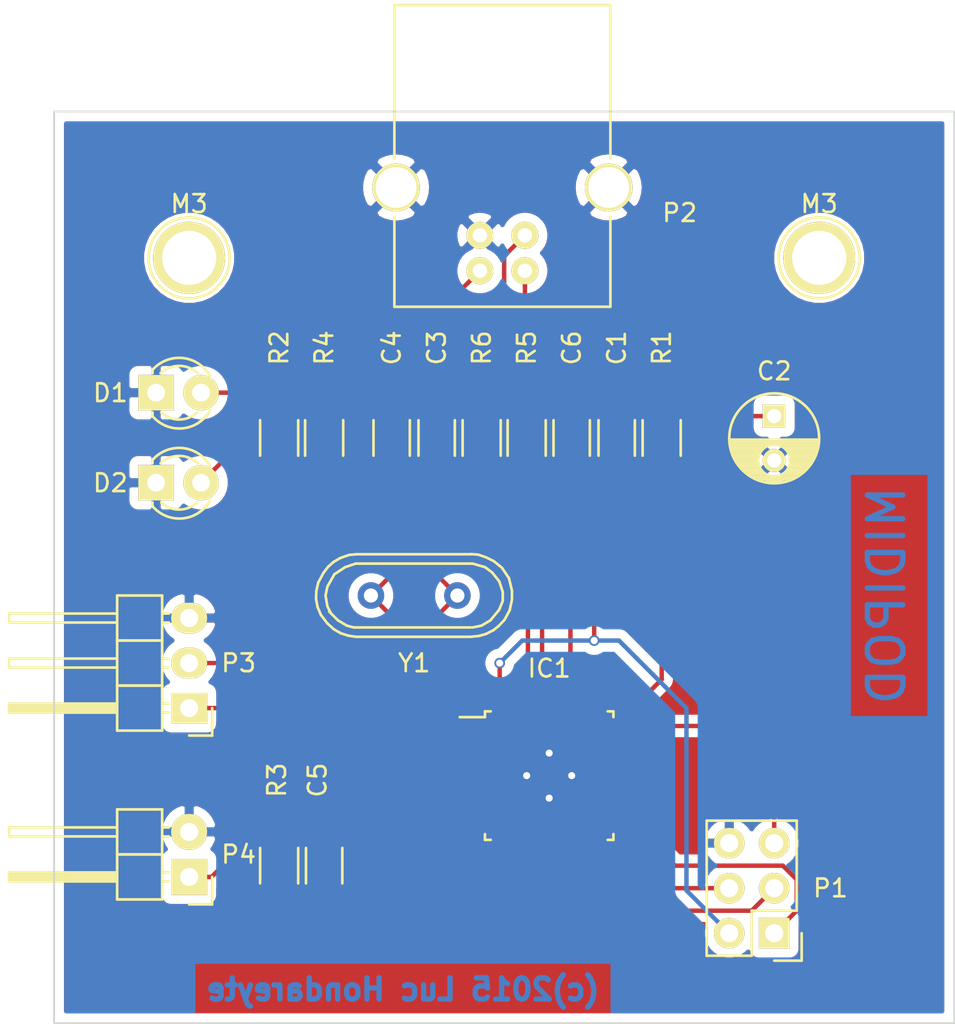
<source format=kicad_pcb>
(kicad_pcb (version 20171130) (host pcbnew "(5.1.5-0-10_14)")

  (general
    (thickness 1.6)
    (drawings 6)
    (tracks 123)
    (zones 0)
    (modules 22)
    (nets 22)
  )

  (page A4)
  (layers
    (0 F.Cu signal)
    (31 B.Cu signal hide)
    (32 B.Adhes user)
    (33 F.Adhes user)
    (34 B.Paste user)
    (35 F.Paste user)
    (36 B.SilkS user)
    (37 F.SilkS user)
    (38 B.Mask user)
    (39 F.Mask user)
    (40 Dwgs.User user)
    (41 Cmts.User user)
    (42 Eco1.User user)
    (43 Eco2.User user)
    (44 Edge.Cuts user)
    (45 Margin user)
    (46 B.CrtYd user)
    (47 F.CrtYd user)
    (48 B.Fab user)
    (49 F.Fab user)
  )

  (setup
    (last_trace_width 0.25)
    (trace_clearance 0.2)
    (zone_clearance 0.508)
    (zone_45_only no)
    (trace_min 0.2)
    (via_size 0.6)
    (via_drill 0.4)
    (via_min_size 0.4)
    (via_min_drill 0.3)
    (uvia_size 0.3)
    (uvia_drill 0.1)
    (uvias_allowed no)
    (uvia_min_size 0.2)
    (uvia_min_drill 0.1)
    (edge_width 0.1)
    (segment_width 0.2)
    (pcb_text_width 0.3)
    (pcb_text_size 1.5 1.5)
    (mod_edge_width 0.15)
    (mod_text_size 1 1)
    (mod_text_width 0.15)
    (pad_size 4.064 4.064)
    (pad_drill 3.048)
    (pad_to_mask_clearance 0)
    (solder_mask_min_width 0.25)
    (aux_axis_origin 129.286 124.079)
    (grid_origin 129.286 124.079)
    (visible_elements FEFDB63F)
    (pcbplotparams
      (layerselection 0x000f0_80000001)
      (usegerberextensions false)
      (usegerberattributes false)
      (usegerberadvancedattributes false)
      (creategerberjobfile false)
      (excludeedgelayer true)
      (linewidth 0.100000)
      (plotframeref false)
      (viasonmask false)
      (mode 1)
      (useauxorigin true)
      (hpglpennumber 1)
      (hpglpenspeed 20)
      (hpglpendiameter 15.000000)
      (psnegative false)
      (psa4output false)
      (plotreference true)
      (plotvalue true)
      (plotinvisibletext false)
      (padsonsilk false)
      (subtractmaskfromsilk false)
      (outputformat 1)
      (mirror false)
      (drillshape 0)
      (scaleselection 1)
      (outputdirectory ""))
  )

  (net 0 "")
  (net 1 +5V)
  (net 2 GND)
  (net 3 /XTAL1)
  (net 4 /XTAL2)
  (net 5 "Net-(C5-Pad1)")
  (net 6 "Net-(C6-Pad1)")
  (net 7 "Net-(D1-Pad2)")
  (net 8 "Net-(D2-Pad2)")
  (net 9 "Net-(IC1-Pad5)")
  (net 10 "Net-(IC1-Pad6)")
  (net 11 /INV1-A)
  (net 12 /INV1-B)
  (net 13 /SCK)
  (net 14 /MOSI)
  (net 15 /MISO)
  (net 16 /RESET)
  (net 17 /DATA+)
  (net 18 /DATA-)
  (net 19 "Net-(P4-Pad1)")
  (net 20 "Net-(P2-Pad2)")
  (net 21 "Net-(P2-Pad3)")

  (net_class Default "This is the default net class."
    (clearance 0.2)
    (trace_width 0.25)
    (via_dia 0.6)
    (via_drill 0.4)
    (uvia_dia 0.3)
    (uvia_drill 0.1)
    (add_net +5V)
    (add_net /DATA+)
    (add_net /DATA-)
    (add_net /INV1-A)
    (add_net /INV1-B)
    (add_net /MISO)
    (add_net /MOSI)
    (add_net /RESET)
    (add_net /SCK)
    (add_net /XTAL1)
    (add_net /XTAL2)
    (add_net GND)
    (add_net "Net-(C5-Pad1)")
    (add_net "Net-(C6-Pad1)")
    (add_net "Net-(D1-Pad2)")
    (add_net "Net-(D2-Pad2)")
    (add_net "Net-(IC1-Pad5)")
    (add_net "Net-(IC1-Pad6)")
    (add_net "Net-(P2-Pad2)")
    (add_net "Net-(P2-Pad3)")
    (add_net "Net-(P4-Pad1)")
  )

  (module Capacitors_SMD:C_1206_HandSoldering (layer F.Cu) (tedit 57778B9B) (tstamp 56784373)
    (at 161.036 91.059 90)
    (descr "Capacitor SMD 1206, hand soldering")
    (tags "capacitor 1206")
    (path /5676931C)
    (attr smd)
    (fp_text reference C1 (at 5.08 0 90) (layer F.SilkS)
      (effects (font (size 1 1) (thickness 0.15)))
    )
    (fp_text value 100n (at -5.334 0 90) (layer F.Fab)
      (effects (font (size 1 1) (thickness 0.15)))
    )
    (fp_line (start -3.3 -1.15) (end 3.3 -1.15) (layer F.CrtYd) (width 0.05))
    (fp_line (start -3.3 1.15) (end 3.3 1.15) (layer F.CrtYd) (width 0.05))
    (fp_line (start -3.3 -1.15) (end -3.3 1.15) (layer F.CrtYd) (width 0.05))
    (fp_line (start 3.3 -1.15) (end 3.3 1.15) (layer F.CrtYd) (width 0.05))
    (fp_line (start 1 -1.025) (end -1 -1.025) (layer F.SilkS) (width 0.15))
    (fp_line (start -1 1.025) (end 1 1.025) (layer F.SilkS) (width 0.15))
    (pad 1 smd rect (at -2 0 90) (size 2 1.6) (layers F.Cu F.Paste F.Mask)
      (net 1 +5V))
    (pad 2 smd rect (at 2 0 90) (size 2 1.6) (layers F.Cu F.Paste F.Mask)
      (net 2 GND))
    (model Capacitors_SMD.3dshapes/C_1206_HandSoldering.wrl
      (at (xyz 0 0 0))
      (scale (xyz 1 1 1))
      (rotate (xyz 0 0 0))
    )
    (model "/Library/Application Support/kicad/packages3d/Capacitors_SMD.3dshapes/C_1206.wrl"
      (at (xyz 0 0 0))
      (scale (xyz 1 1 1))
      (rotate (xyz 0 0 0))
    )
    (model ${KISYS3DMOD}/Capacitor_SMD.3dshapes/C_1206_3216Metric.step
      (at (xyz 0 0 0))
      (scale (xyz 1 1 1))
      (rotate (xyz 0 0 0))
    )
  )

  (module Capacitors_ThroughHole:C_Radial_D5_L11_P2.5 (layer F.Cu) (tedit 5750705E) (tstamp 56784379)
    (at 169.926 89.829 270)
    (descr "Radial Electrolytic Capacitor Diameter 5mm x Length 11mm, Pitch 2.5mm")
    (tags "Electrolytic Capacitor")
    (path /5676931D)
    (fp_text reference C2 (at -2.54 0 180) (layer F.SilkS)
      (effects (font (size 1 1) (thickness 0.15)))
    )
    (fp_text value 10u (at 5.548 0) (layer F.Fab)
      (effects (font (size 1 1) (thickness 0.15)))
    )
    (fp_line (start 1.325 -2.499) (end 1.325 2.499) (layer F.SilkS) (width 0.15))
    (fp_line (start 1.465 -2.491) (end 1.465 2.491) (layer F.SilkS) (width 0.15))
    (fp_line (start 1.605 -2.475) (end 1.605 -0.095) (layer F.SilkS) (width 0.15))
    (fp_line (start 1.605 0.095) (end 1.605 2.475) (layer F.SilkS) (width 0.15))
    (fp_line (start 1.745 -2.451) (end 1.745 -0.49) (layer F.SilkS) (width 0.15))
    (fp_line (start 1.745 0.49) (end 1.745 2.451) (layer F.SilkS) (width 0.15))
    (fp_line (start 1.885 -2.418) (end 1.885 -0.657) (layer F.SilkS) (width 0.15))
    (fp_line (start 1.885 0.657) (end 1.885 2.418) (layer F.SilkS) (width 0.15))
    (fp_line (start 2.025 -2.377) (end 2.025 -0.764) (layer F.SilkS) (width 0.15))
    (fp_line (start 2.025 0.764) (end 2.025 2.377) (layer F.SilkS) (width 0.15))
    (fp_line (start 2.165 -2.327) (end 2.165 -0.835) (layer F.SilkS) (width 0.15))
    (fp_line (start 2.165 0.835) (end 2.165 2.327) (layer F.SilkS) (width 0.15))
    (fp_line (start 2.305 -2.266) (end 2.305 -0.879) (layer F.SilkS) (width 0.15))
    (fp_line (start 2.305 0.879) (end 2.305 2.266) (layer F.SilkS) (width 0.15))
    (fp_line (start 2.445 -2.196) (end 2.445 -0.898) (layer F.SilkS) (width 0.15))
    (fp_line (start 2.445 0.898) (end 2.445 2.196) (layer F.SilkS) (width 0.15))
    (fp_line (start 2.585 -2.114) (end 2.585 -0.896) (layer F.SilkS) (width 0.15))
    (fp_line (start 2.585 0.896) (end 2.585 2.114) (layer F.SilkS) (width 0.15))
    (fp_line (start 2.725 -2.019) (end 2.725 -0.871) (layer F.SilkS) (width 0.15))
    (fp_line (start 2.725 0.871) (end 2.725 2.019) (layer F.SilkS) (width 0.15))
    (fp_line (start 2.865 -1.908) (end 2.865 -0.823) (layer F.SilkS) (width 0.15))
    (fp_line (start 2.865 0.823) (end 2.865 1.908) (layer F.SilkS) (width 0.15))
    (fp_line (start 3.005 -1.78) (end 3.005 -0.745) (layer F.SilkS) (width 0.15))
    (fp_line (start 3.005 0.745) (end 3.005 1.78) (layer F.SilkS) (width 0.15))
    (fp_line (start 3.145 -1.631) (end 3.145 -0.628) (layer F.SilkS) (width 0.15))
    (fp_line (start 3.145 0.628) (end 3.145 1.631) (layer F.SilkS) (width 0.15))
    (fp_line (start 3.285 -1.452) (end 3.285 -0.44) (layer F.SilkS) (width 0.15))
    (fp_line (start 3.285 0.44) (end 3.285 1.452) (layer F.SilkS) (width 0.15))
    (fp_line (start 3.425 -1.233) (end 3.425 1.233) (layer F.SilkS) (width 0.15))
    (fp_line (start 3.565 -0.944) (end 3.565 0.944) (layer F.SilkS) (width 0.15))
    (fp_line (start 3.705 -0.472) (end 3.705 0.472) (layer F.SilkS) (width 0.15))
    (fp_circle (center 2.5 0) (end 2.5 -0.9) (layer F.SilkS) (width 0.15))
    (fp_circle (center 1.25 0) (end 1.25 -2.5375) (layer F.SilkS) (width 0.15))
    (fp_circle (center 1.25 0) (end 1.25 -2.8) (layer F.CrtYd) (width 0.05))
    (pad 1 thru_hole rect (at 0 0 270) (size 1.3 1.3) (drill 0.8) (layers *.Cu *.Mask F.SilkS)
      (net 1 +5V))
    (pad 2 thru_hole circle (at 2.5 0 270) (size 1.3 1.3) (drill 0.8) (layers *.Cu *.Mask F.SilkS)
      (net 2 GND))
    (model Capacitors_ThroughHole.3dshapes/C_Radial_D5_L11_P2.5.wrl
      (offset (xyz 1.25001018122673 0 0))
      (scale (xyz 1 1 1))
      (rotate (xyz 0 0 90))
    )
    (model ${KISYS3DMOD}/Capacitor_THT.3dshapes/CP_Radial_D5.0mm_P2.50mm.step
      (at (xyz 0 0 0))
      (scale (xyz 1 1 1))
      (rotate (xyz 0 0 0))
    )
  )

  (module Capacitors_SMD:C_1206_HandSoldering (layer F.Cu) (tedit 541A9C03) (tstamp 5678437F)
    (at 150.876 91.059 90)
    (descr "Capacitor SMD 1206, hand soldering")
    (tags "capacitor 1206")
    (path /5676931B)
    (attr smd)
    (fp_text reference C3 (at 5.08 0 90) (layer F.SilkS)
      (effects (font (size 1 1) (thickness 0.15)))
    )
    (fp_text value 22p (at -5.08 0 90) (layer F.Fab)
      (effects (font (size 1 1) (thickness 0.15)))
    )
    (fp_line (start -3.3 -1.15) (end 3.3 -1.15) (layer F.CrtYd) (width 0.05))
    (fp_line (start -3.3 1.15) (end 3.3 1.15) (layer F.CrtYd) (width 0.05))
    (fp_line (start -3.3 -1.15) (end -3.3 1.15) (layer F.CrtYd) (width 0.05))
    (fp_line (start 3.3 -1.15) (end 3.3 1.15) (layer F.CrtYd) (width 0.05))
    (fp_line (start 1 -1.025) (end -1 -1.025) (layer F.SilkS) (width 0.15))
    (fp_line (start -1 1.025) (end 1 1.025) (layer F.SilkS) (width 0.15))
    (pad 1 smd rect (at -2 0 90) (size 2 1.6) (layers F.Cu F.Paste F.Mask)
      (net 3 /XTAL1))
    (pad 2 smd rect (at 2 0 90) (size 2 1.6) (layers F.Cu F.Paste F.Mask)
      (net 2 GND))
    (model Capacitors_SMD.3dshapes/C_1206_HandSoldering.wrl
      (at (xyz 0 0 0))
      (scale (xyz 1 1 1))
      (rotate (xyz 0 0 0))
    )
    (model "/Library/Application Support/kicad/packages3d/Capacitors_SMD.3dshapes/C_1206.wrl"
      (at (xyz 0 0 0))
      (scale (xyz 1 1 1))
      (rotate (xyz 0 0 0))
    )
    (model ${KISYS3DMOD}/Capacitor_SMD.3dshapes/C_1206_3216Metric.step
      (at (xyz 0 0 0))
      (scale (xyz 1 1 1))
      (rotate (xyz 0 0 0))
    )
  )

  (module Capacitors_SMD:C_1206_HandSoldering (layer F.Cu) (tedit 541A9C03) (tstamp 56784385)
    (at 148.336 91.059 90)
    (descr "Capacitor SMD 1206, hand soldering")
    (tags "capacitor 1206")
    (path /5676931A)
    (attr smd)
    (fp_text reference C4 (at 5.08 0 90) (layer F.SilkS)
      (effects (font (size 1 1) (thickness 0.15)))
    )
    (fp_text value 22p (at -5.08 0 90) (layer F.Fab)
      (effects (font (size 1 1) (thickness 0.15)))
    )
    (fp_line (start -3.3 -1.15) (end 3.3 -1.15) (layer F.CrtYd) (width 0.05))
    (fp_line (start -3.3 1.15) (end 3.3 1.15) (layer F.CrtYd) (width 0.05))
    (fp_line (start -3.3 -1.15) (end -3.3 1.15) (layer F.CrtYd) (width 0.05))
    (fp_line (start 3.3 -1.15) (end 3.3 1.15) (layer F.CrtYd) (width 0.05))
    (fp_line (start 1 -1.025) (end -1 -1.025) (layer F.SilkS) (width 0.15))
    (fp_line (start -1 1.025) (end 1 1.025) (layer F.SilkS) (width 0.15))
    (pad 1 smd rect (at -2 0 90) (size 2 1.6) (layers F.Cu F.Paste F.Mask)
      (net 4 /XTAL2))
    (pad 2 smd rect (at 2 0 90) (size 2 1.6) (layers F.Cu F.Paste F.Mask)
      (net 2 GND))
    (model Capacitors_SMD.3dshapes/C_1206_HandSoldering.wrl
      (at (xyz 0 0 0))
      (scale (xyz 1 1 1))
      (rotate (xyz 0 0 0))
    )
    (model "/Library/Application Support/kicad/packages3d/Capacitors_SMD.3dshapes/C_1206.wrl"
      (at (xyz 0 0 0))
      (scale (xyz 1 1 1))
      (rotate (xyz 0 0 0))
    )
    (model ${KISYS3DMOD}/Capacitor_SMD.3dshapes/C_1206_3216Metric.step
      (at (xyz 0 0 0))
      (scale (xyz 1 1 1))
      (rotate (xyz 0 0 0))
    )
  )

  (module Capacitors_SMD:C_1206_HandSoldering (layer F.Cu) (tedit 5750707A) (tstamp 5678438B)
    (at 144.526 115.189 270)
    (descr "Capacitor SMD 1206, hand soldering")
    (tags "capacitor 1206")
    (path /56769345)
    (attr smd)
    (fp_text reference C5 (at -4.826 0.381 270) (layer F.SilkS)
      (effects (font (size 1 1) (thickness 0.15)))
    )
    (fp_text value 100n (at 5.842 0 270) (layer F.Fab)
      (effects (font (size 1 1) (thickness 0.15)))
    )
    (fp_line (start -3.3 -1.15) (end 3.3 -1.15) (layer F.CrtYd) (width 0.05))
    (fp_line (start -3.3 1.15) (end 3.3 1.15) (layer F.CrtYd) (width 0.05))
    (fp_line (start -3.3 -1.15) (end -3.3 1.15) (layer F.CrtYd) (width 0.05))
    (fp_line (start 3.3 -1.15) (end 3.3 1.15) (layer F.CrtYd) (width 0.05))
    (fp_line (start 1 -1.025) (end -1 -1.025) (layer F.SilkS) (width 0.15))
    (fp_line (start -1 1.025) (end 1 1.025) (layer F.SilkS) (width 0.15))
    (pad 1 smd rect (at -2 0 270) (size 2 1.6) (layers F.Cu F.Paste F.Mask)
      (net 5 "Net-(C5-Pad1)"))
    (pad 2 smd rect (at 2 0 270) (size 2 1.6) (layers F.Cu F.Paste F.Mask)
      (net 2 GND))
    (model Capacitors_SMD.3dshapes/C_1206_HandSoldering.wrl
      (at (xyz 0 0 0))
      (scale (xyz 1 1 1))
      (rotate (xyz 0 0 0))
    )
    (model "/Library/Application Support/kicad/packages3d/Capacitors_SMD.3dshapes/C_1206.wrl"
      (at (xyz 0 0 0))
      (scale (xyz 1 1 1))
      (rotate (xyz 0 0 0))
    )
    (model ${KISYS3DMOD}/Capacitor_SMD.3dshapes/C_1206_3216Metric.step
      (at (xyz 0 0 0))
      (scale (xyz 1 1 1))
      (rotate (xyz 0 0 0))
    )
  )

  (module Capacitors_SMD:C_1206_HandSoldering (layer F.Cu) (tedit 574CA823) (tstamp 56784391)
    (at 158.496 91.059 90)
    (descr "Capacitor SMD 1206, hand soldering")
    (tags "capacitor 1206")
    (path /56784631)
    (attr smd)
    (fp_text reference C6 (at 5.08 0 90) (layer F.SilkS)
      (effects (font (size 1 1) (thickness 0.15)))
    )
    (fp_text value 1u (at -4.445 0 90) (layer F.Fab)
      (effects (font (size 1 1) (thickness 0.15)))
    )
    (fp_line (start -3.3 -1.15) (end 3.3 -1.15) (layer F.CrtYd) (width 0.05))
    (fp_line (start -3.3 1.15) (end 3.3 1.15) (layer F.CrtYd) (width 0.05))
    (fp_line (start -3.3 -1.15) (end -3.3 1.15) (layer F.CrtYd) (width 0.05))
    (fp_line (start 3.3 -1.15) (end 3.3 1.15) (layer F.CrtYd) (width 0.05))
    (fp_line (start 1 -1.025) (end -1 -1.025) (layer F.SilkS) (width 0.15))
    (fp_line (start -1 1.025) (end 1 1.025) (layer F.SilkS) (width 0.15))
    (pad 1 smd rect (at -2 0 90) (size 2 1.6) (layers F.Cu F.Paste F.Mask)
      (net 6 "Net-(C6-Pad1)"))
    (pad 2 smd rect (at 2 0 90) (size 2 1.6) (layers F.Cu F.Paste F.Mask)
      (net 2 GND))
    (model Capacitors_SMD.3dshapes/C_1206_HandSoldering.wrl
      (at (xyz 0 0 0))
      (scale (xyz 1 1 1))
      (rotate (xyz 0 0 0))
    )
    (model "/Library/Application Support/kicad/packages3d/Capacitors_SMD.3dshapes/C_1206.wrl"
      (at (xyz 0 0 0))
      (scale (xyz 1 1 1))
      (rotate (xyz 0 0 0))
    )
    (model ${KISYS3DMOD}/Capacitor_SMD.3dshapes/C_1206_3216Metric.step
      (at (xyz 0 0 0))
      (scale (xyz 1 1 1))
      (rotate (xyz 0 0 0))
    )
  )

  (module LEDs:LED-3MM (layer F.Cu) (tedit 57778C44) (tstamp 56784397)
    (at 135.039444 88.504938)
    (descr "LED 3mm round vertical")
    (tags "LED  3mm round vertical")
    (path /59916F7D)
    (fp_text reference D1 (at -2.578444 0.014062) (layer F.SilkS)
      (effects (font (size 1 1) (thickness 0.15)))
    )
    (fp_text value LED (at 1.358556 -3.287938) (layer F.Fab)
      (effects (font (size 1 1) (thickness 0.15)))
    )
    (fp_line (start -1.2 2.3) (end 3.8 2.3) (layer F.CrtYd) (width 0.05))
    (fp_line (start 3.8 2.3) (end 3.8 -2.2) (layer F.CrtYd) (width 0.05))
    (fp_line (start 3.8 -2.2) (end -1.2 -2.2) (layer F.CrtYd) (width 0.05))
    (fp_line (start -1.2 -2.2) (end -1.2 2.3) (layer F.CrtYd) (width 0.05))
    (fp_line (start -0.199 1.314) (end -0.199 1.114) (layer F.SilkS) (width 0.15))
    (fp_line (start -0.199 -1.28) (end -0.199 -1.1) (layer F.SilkS) (width 0.15))
    (fp_arc (start 1.301 0.034) (end -0.199 -1.286) (angle 108.5) (layer F.SilkS) (width 0.15))
    (fp_arc (start 1.301 0.034) (end 0.25 -1.1) (angle 85.7) (layer F.SilkS) (width 0.15))
    (fp_arc (start 1.311 0.034) (end 3.051 0.994) (angle 110) (layer F.SilkS) (width 0.15))
    (fp_arc (start 1.301 0.034) (end 2.335 1.094) (angle 87.5) (layer F.SilkS) (width 0.15))
    (fp_text user K (at -1.69 1.74) (layer F.SilkS) hide
      (effects (font (size 1 1) (thickness 0.15)))
    )
    (pad 1 thru_hole rect (at 0 0 90) (size 2 2) (drill 1.00076) (layers *.Cu *.Mask F.SilkS)
      (net 2 GND))
    (pad 2 thru_hole circle (at 2.54 0) (size 2 2) (drill 1.00076) (layers *.Cu *.Mask F.SilkS)
      (net 7 "Net-(D1-Pad2)"))
    (model LEDs.3dshapes/LED-3MM.wrl
      (offset (xyz 1.269999980926514 0 0))
      (scale (xyz 1 1 1))
      (rotate (xyz 0 0 90))
    )
    (model ${KISYS3DMOD}/LED_THT.3dshapes/LED_D3.0mm_Clear.step
      (at (xyz 0 0 0))
      (scale (xyz 1 1 1))
      (rotate (xyz 0 0 0))
    )
  )

  (module LEDs:LED-3MM (layer F.Cu) (tedit 57778C29) (tstamp 5678439D)
    (at 135.039444 93.584938)
    (descr "LED 3mm round vertical")
    (tags "LED  3mm round vertical")
    (path /599171B8)
    (fp_text reference D2 (at -2.578444 0.014062) (layer F.SilkS)
      (effects (font (size 1 1) (thickness 0.15)))
    )
    (fp_text value LED (at 1.358556 3.316062) (layer F.Fab)
      (effects (font (size 1 1) (thickness 0.15)))
    )
    (fp_line (start -1.2 2.3) (end 3.8 2.3) (layer F.CrtYd) (width 0.05))
    (fp_line (start 3.8 2.3) (end 3.8 -2.2) (layer F.CrtYd) (width 0.05))
    (fp_line (start 3.8 -2.2) (end -1.2 -2.2) (layer F.CrtYd) (width 0.05))
    (fp_line (start -1.2 -2.2) (end -1.2 2.3) (layer F.CrtYd) (width 0.05))
    (fp_line (start -0.199 1.314) (end -0.199 1.114) (layer F.SilkS) (width 0.15))
    (fp_line (start -0.199 -1.28) (end -0.199 -1.1) (layer F.SilkS) (width 0.15))
    (fp_arc (start 1.301 0.034) (end -0.199 -1.286) (angle 108.5) (layer F.SilkS) (width 0.15))
    (fp_arc (start 1.301 0.034) (end 0.25 -1.1) (angle 85.7) (layer F.SilkS) (width 0.15))
    (fp_arc (start 1.311 0.034) (end 3.051 0.994) (angle 110) (layer F.SilkS) (width 0.15))
    (fp_arc (start 1.301 0.034) (end 2.335 1.094) (angle 87.5) (layer F.SilkS) (width 0.15))
    (fp_text user K (at -1.69 1.74) (layer F.SilkS) hide
      (effects (font (size 1 1) (thickness 0.15)))
    )
    (pad 1 thru_hole rect (at 0 0 90) (size 2 2) (drill 1.00076) (layers *.Cu *.Mask F.SilkS)
      (net 2 GND))
    (pad 2 thru_hole circle (at 2.54 0) (size 2 2) (drill 1.00076) (layers *.Cu *.Mask F.SilkS)
      (net 8 "Net-(D2-Pad2)"))
    (model LEDs.3dshapes/LED-3MM.wrl
      (offset (xyz 1.269999980926514 0 0))
      (scale (xyz 1 1 1))
      (rotate (xyz 0 0 90))
    )
    (model ${KISYS3DMOD}/LED_THT.3dshapes/LED_D3.0mm_Clear.step
      (at (xyz 0 0 0))
      (scale (xyz 1 1 1))
      (rotate (xyz 0 0 0))
    )
  )

  (module Housings_QFP:TQFP-32_7x7mm_Pitch0.8mm (layer F.Cu) (tedit 59D0CC70) (tstamp 567843C1)
    (at 157.226 110.109)
    (descr "32-Lead Plastic Thin Quad Flatpack (PT) - 7x7x1.0 mm Body, 2.00 mm [TQFP] (see Microchip Packaging Specification 00000049BS.pdf)")
    (tags "QFP 0.8")
    (path /5676932A)
    (attr smd)
    (fp_text reference IC1 (at 0 -6.05) (layer F.SilkS)
      (effects (font (size 1 1) (thickness 0.15)))
    )
    (fp_text value ATMEGA8U2 (at 0 6.05) (layer F.Fab)
      (effects (font (size 1 1) (thickness 0.15)))
    )
    (fp_line (start -5.3 -5.3) (end -5.3 5.3) (layer F.CrtYd) (width 0.05))
    (fp_line (start 5.3 -5.3) (end 5.3 5.3) (layer F.CrtYd) (width 0.05))
    (fp_line (start -5.3 -5.3) (end 5.3 -5.3) (layer F.CrtYd) (width 0.05))
    (fp_line (start -5.3 5.3) (end 5.3 5.3) (layer F.CrtYd) (width 0.05))
    (fp_line (start -3.625 -3.625) (end -3.625 -3.3) (layer F.SilkS) (width 0.15))
    (fp_line (start 3.625 -3.625) (end 3.625 -3.3) (layer F.SilkS) (width 0.15))
    (fp_line (start 3.625 3.625) (end 3.625 3.3) (layer F.SilkS) (width 0.15))
    (fp_line (start -3.625 3.625) (end -3.625 3.3) (layer F.SilkS) (width 0.15))
    (fp_line (start -3.625 -3.625) (end -3.3 -3.625) (layer F.SilkS) (width 0.15))
    (fp_line (start -3.625 3.625) (end -3.3 3.625) (layer F.SilkS) (width 0.15))
    (fp_line (start 3.625 3.625) (end 3.3 3.625) (layer F.SilkS) (width 0.15))
    (fp_line (start 3.625 -3.625) (end 3.3 -3.625) (layer F.SilkS) (width 0.15))
    (fp_line (start -3.625 -3.3) (end -5.05 -3.3) (layer F.SilkS) (width 0.15))
    (pad 1 smd rect (at -4.25 -2.8) (size 1.6 0.52) (layers F.Cu F.Paste F.Mask)
      (net 3 /XTAL1))
    (pad 2 smd rect (at -4.25 -2) (size 1.6 0.52) (layers F.Cu F.Paste F.Mask)
      (net 4 /XTAL2))
    (pad 3 smd rect (at -4.25 -1.2) (size 1.6 0.52) (layers F.Cu F.Paste F.Mask)
      (net 2 GND))
    (pad 4 smd rect (at -4.25 -0.4) (size 1.6 0.52) (layers F.Cu F.Paste F.Mask)
      (net 1 +5V))
    (pad 5 smd rect (at -4.25 0.4) (size 1.6 0.52) (layers F.Cu F.Paste F.Mask)
      (net 9 "Net-(IC1-Pad5)"))
    (pad 6 smd rect (at -4.25 1.2) (size 1.6 0.52) (layers F.Cu F.Paste F.Mask)
      (net 10 "Net-(IC1-Pad6)"))
    (pad 7 smd rect (at -4.25 2) (size 1.6 0.52) (layers F.Cu F.Paste F.Mask)
      (net 12 /INV1-B))
    (pad 8 smd rect (at -4.25 2.8) (size 1.6 0.52) (layers F.Cu F.Paste F.Mask)
      (net 11 /INV1-A))
    (pad 9 smd rect (at -2.8 4.25 90) (size 1.6 0.52) (layers F.Cu F.Paste F.Mask)
      (net 5 "Net-(C5-Pad1)"))
    (pad 10 smd rect (at -2 4.25 90) (size 1.6 0.52) (layers F.Cu F.Paste F.Mask))
    (pad 11 smd rect (at -1.2 4.25 90) (size 1.6 0.52) (layers F.Cu F.Paste F.Mask))
    (pad 12 smd rect (at -0.4 4.25 90) (size 1.6 0.52) (layers F.Cu F.Paste F.Mask))
    (pad 13 smd rect (at 0.4 4.25 90) (size 1.6 0.52) (layers F.Cu F.Paste F.Mask))
    (pad 14 smd rect (at 1.2 4.25 90) (size 1.6 0.52) (layers F.Cu F.Paste F.Mask))
    (pad 15 smd rect (at 2 4.25 90) (size 1.6 0.52) (layers F.Cu F.Paste F.Mask)
      (net 13 /SCK))
    (pad 16 smd rect (at 2.8 4.25 90) (size 1.6 0.52) (layers F.Cu F.Paste F.Mask)
      (net 14 /MOSI))
    (pad 17 smd rect (at 4.25 2.8) (size 1.6 0.52) (layers F.Cu F.Paste F.Mask)
      (net 15 /MISO))
    (pad 18 smd rect (at 4.25 2) (size 1.6 0.52) (layers F.Cu F.Paste F.Mask))
    (pad 19 smd rect (at 4.25 1.2) (size 1.6 0.52) (layers F.Cu F.Paste F.Mask))
    (pad 20 smd rect (at 4.25 0.4) (size 1.6 0.52) (layers F.Cu F.Paste F.Mask))
    (pad 21 smd rect (at 4.25 -0.4) (size 1.6 0.52) (layers F.Cu F.Paste F.Mask))
    (pad 22 smd rect (at 4.25 -1.2) (size 1.6 0.52) (layers F.Cu F.Paste F.Mask))
    (pad 23 smd rect (at 4.25 -2) (size 1.6 0.52) (layers F.Cu F.Paste F.Mask))
    (pad 24 smd rect (at 4.25 -2.8) (size 1.6 0.52) (layers F.Cu F.Paste F.Mask)
      (net 16 /RESET))
    (pad 25 smd rect (at 2.8 -4.25 90) (size 1.6 0.52) (layers F.Cu F.Paste F.Mask))
    (pad 26 smd rect (at 2 -4.25 90) (size 1.6 0.52) (layers F.Cu F.Paste F.Mask))
    (pad 27 smd rect (at 1.2 -4.25 90) (size 1.6 0.52) (layers F.Cu F.Paste F.Mask)
      (net 6 "Net-(C6-Pad1)"))
    (pad 28 smd rect (at 0.4 -4.25 90) (size 1.6 0.52) (layers F.Cu F.Paste F.Mask)
      (net 2 GND))
    (pad 29 smd rect (at -0.4 -4.25 90) (size 1.6 0.52) (layers F.Cu F.Paste F.Mask)
      (net 17 /DATA+))
    (pad 30 smd rect (at -1.2 -4.25 90) (size 1.6 0.52) (layers F.Cu F.Paste F.Mask)
      (net 18 /DATA-))
    (pad 31 smd rect (at -2 -4.25 90) (size 1.6 0.52) (layers F.Cu F.Paste F.Mask)
      (net 1 +5V))
    (pad 32 smd rect (at -2.8 -4.25 90) (size 1.6 0.52) (layers F.Cu F.Paste F.Mask)
      (net 1 +5V))
    (model Housings_QFP.3dshapes/TQFP-32_7x7mm_Pitch0.8mm.wrl
      (at (xyz 0 0 0))
      (scale (xyz 1 1 1))
      (rotate (xyz 0 0 0))
    )
    (model ${KISYS3DMOD}/Package_QFP.3dshapes/LQFP-32_7x7mm_P0.8mm.step
      (at (xyz 0 0 0))
      (scale (xyz 1 1 1))
      (rotate (xyz 0 0 0))
    )
  )

  (module Pin_Headers:Pin_Header_Straight_2x03 (layer F.Cu) (tedit 57778BAB) (tstamp 567843CB)
    (at 169.926 118.999 180)
    (descr "Through hole pin header")
    (tags "pin header")
    (path /5676AAB2)
    (fp_text reference P1 (at -3.175 2.54) (layer F.SilkS)
      (effects (font (size 1 1) (thickness 0.15)))
    )
    (fp_text value ISP (at -3.302 -0.254 180) (layer F.Fab)
      (effects (font (size 1 1) (thickness 0.15)))
    )
    (fp_line (start -1.27 1.27) (end -1.27 6.35) (layer F.SilkS) (width 0.15))
    (fp_line (start -1.55 -1.55) (end 0 -1.55) (layer F.SilkS) (width 0.15))
    (fp_line (start -1.75 -1.75) (end -1.75 6.85) (layer F.CrtYd) (width 0.05))
    (fp_line (start 4.3 -1.75) (end 4.3 6.85) (layer F.CrtYd) (width 0.05))
    (fp_line (start -1.75 -1.75) (end 4.3 -1.75) (layer F.CrtYd) (width 0.05))
    (fp_line (start -1.75 6.85) (end 4.3 6.85) (layer F.CrtYd) (width 0.05))
    (fp_line (start 1.27 -1.27) (end 1.27 1.27) (layer F.SilkS) (width 0.15))
    (fp_line (start 1.27 1.27) (end -1.27 1.27) (layer F.SilkS) (width 0.15))
    (fp_line (start -1.27 6.35) (end 3.81 6.35) (layer F.SilkS) (width 0.15))
    (fp_line (start 3.81 6.35) (end 3.81 1.27) (layer F.SilkS) (width 0.15))
    (fp_line (start -1.55 -1.55) (end -1.55 0) (layer F.SilkS) (width 0.15))
    (fp_line (start 3.81 -1.27) (end 1.27 -1.27) (layer F.SilkS) (width 0.15))
    (fp_line (start 3.81 1.27) (end 3.81 -1.27) (layer F.SilkS) (width 0.15))
    (pad 1 thru_hole rect (at 0 0 180) (size 1.7272 1.7272) (drill 1.016) (layers *.Cu *.Mask F.SilkS)
      (net 15 /MISO))
    (pad 2 thru_hole oval (at 2.54 0 180) (size 1.7272 1.7272) (drill 1.016) (layers *.Cu *.Mask F.SilkS)
      (net 1 +5V))
    (pad 3 thru_hole oval (at 0 2.54 180) (size 1.7272 1.7272) (drill 1.016) (layers *.Cu *.Mask F.SilkS)
      (net 13 /SCK))
    (pad 4 thru_hole oval (at 2.54 2.54 180) (size 1.7272 1.7272) (drill 1.016) (layers *.Cu *.Mask F.SilkS)
      (net 14 /MOSI))
    (pad 5 thru_hole oval (at 0 5.08 180) (size 1.7272 1.7272) (drill 1.016) (layers *.Cu *.Mask F.SilkS)
      (net 16 /RESET))
    (pad 6 thru_hole oval (at 2.54 5.08 180) (size 1.7272 1.7272) (drill 1.016) (layers *.Cu *.Mask F.SilkS)
      (net 2 GND))
    (model Pin_Headers.3dshapes/Pin_Header_Straight_2x03.wrl
      (offset (xyz 1.269999980926514 -2.539999961853027 0))
      (scale (xyz 1 1 1))
      (rotate (xyz 0 0 90))
    )
    (model "/Library/Application Support/kicad/packages3d/Pin_Headers.3dshapes/Pin_Header_Straight_2x03_Pitch2.54mm.wrl"
      (at (xyz 0 0 0))
      (scale (xyz 1 1 1))
      (rotate (xyz 0 0 0))
    )
    (model ${KISYS3DMOD}/Connector_PinHeader_2.54mm.3dshapes/PinHeader_2x03_P2.54mm_Vertical.step
      (at (xyz 0 0 0))
      (scale (xyz 1 1 1))
      (rotate (xyz 0 0 0))
    )
  )

  (module Connect:USB_B (layer F.Cu) (tedit 5770CBCA) (tstamp 567843DC)
    (at 153.314752 81.62798 90)
    (descr "USB B connector")
    (tags "USB_B USB_DEV")
    (path /5677249E)
    (fp_text reference P2 (at 3.26898 11.277248 180) (layer F.SilkS)
      (effects (font (size 1 1) (thickness 0.15)))
    )
    (fp_text value USB (at 4.699 1.27 180) (layer F.Fab)
      (effects (font (size 1 1) (thickness 0.15)))
    )
    (fp_line (start 15.25 8.9) (end -2.3 8.9) (layer F.CrtYd) (width 0.05))
    (fp_line (start -2.3 8.9) (end -2.3 -6.35) (layer F.CrtYd) (width 0.05))
    (fp_line (start -2.3 -6.35) (end 15.25 -6.35) (layer F.CrtYd) (width 0.05))
    (fp_line (start 15.25 -6.35) (end 15.25 8.9) (layer F.CrtYd) (width 0.05))
    (fp_line (start 6.35 7.366) (end 14.986 7.366) (layer F.SilkS) (width 0.15))
    (fp_line (start -2.032 7.366) (end 3.048 7.366) (layer F.SilkS) (width 0.15))
    (fp_line (start 6.35 -4.826) (end 14.986 -4.826) (layer F.SilkS) (width 0.15))
    (fp_line (start -2.032 -4.826) (end 3.048 -4.826) (layer F.SilkS) (width 0.15))
    (fp_line (start 14.986 -4.826) (end 14.986 7.366) (layer F.SilkS) (width 0.15))
    (fp_line (start -2.032 7.366) (end -2.032 -4.826) (layer F.SilkS) (width 0.15))
    (pad 2 thru_hole circle (at 0 2.54) (size 1.524 1.524) (drill 0.8128) (layers *.Cu *.Mask F.SilkS)
      (net 20 "Net-(P2-Pad2)"))
    (pad 1 thru_hole circle (at 0 0) (size 1.524 1.524) (drill 0.8128) (layers *.Cu *.Mask F.SilkS)
      (net 1 +5V))
    (pad 4 thru_hole circle (at 1.99898 0) (size 1.524 1.524) (drill 0.8128) (layers *.Cu *.Mask F.SilkS)
      (net 2 GND))
    (pad 3 thru_hole circle (at 1.99898 2.54) (size 1.524 1.524) (drill 0.8128) (layers *.Cu *.Mask F.SilkS)
      (net 21 "Net-(P2-Pad3)"))
    (pad 5 thru_hole circle (at 4.699 7.26948) (size 2.70002 2.70002) (drill 2.30124) (layers *.Cu *.Mask F.SilkS)
      (net 2 GND))
    (pad 5 thru_hole circle (at 4.699 -4.72948) (size 2.70002 2.70002) (drill 2.30124) (layers *.Cu *.Mask F.SilkS)
      (net 2 GND))
    (model "/Library/Application Support/kicad/packages3d/Connectors.3dshapes/USB_B.wrl"
      (offset (xyz 4.6989999294281 -1.269999980926514 0.02539999961853028))
      (scale (xyz 0.3937 0.3937 0.3937))
      (rotate (xyz 0 0 -90))
    )
  )

  (module Resistors_SMD:R_1206_HandSoldering (layer F.Cu) (tedit 574CA8F2) (tstamp 567843E2)
    (at 163.576 91.059 270)
    (descr "Resistor SMD 1206, hand soldering")
    (tags "resistor 1206")
    (path /56769324)
    (attr smd)
    (fp_text reference R1 (at -5.08 0 270) (layer F.SilkS)
      (effects (font (size 1 1) (thickness 0.15)))
    )
    (fp_text value 4K7 (at 5.08 0 270) (layer F.Fab)
      (effects (font (size 1 1) (thickness 0.15)))
    )
    (fp_line (start -3.3 -1.2) (end 3.3 -1.2) (layer F.CrtYd) (width 0.05))
    (fp_line (start -3.3 1.2) (end 3.3 1.2) (layer F.CrtYd) (width 0.05))
    (fp_line (start -3.3 -1.2) (end -3.3 1.2) (layer F.CrtYd) (width 0.05))
    (fp_line (start 3.3 -1.2) (end 3.3 1.2) (layer F.CrtYd) (width 0.05))
    (fp_line (start 1 1.075) (end -1 1.075) (layer F.SilkS) (width 0.15))
    (fp_line (start -1 -1.075) (end 1 -1.075) (layer F.SilkS) (width 0.15))
    (pad 1 smd rect (at -2 0 270) (size 2 1.7) (layers F.Cu F.Paste F.Mask)
      (net 1 +5V))
    (pad 2 smd rect (at 2 0 270) (size 2 1.7) (layers F.Cu F.Paste F.Mask)
      (net 16 /RESET))
    (model Resistors_SMD.3dshapes/R_1206_HandSoldering.wrl
      (at (xyz 0 0 0))
      (scale (xyz 1 1 1))
      (rotate (xyz 0 0 0))
    )
    (model "/Library/Application Support/kicad/packages3d/Resistors_SMD.3dshapes/R_1206.wrl"
      (at (xyz 0 0 0))
      (scale (xyz 1 1 1))
      (rotate (xyz 0 0 0))
    )
    (model ${KISYS3DMOD}/Resistor_SMD.3dshapes/R_1206_3216Metric.step
      (at (xyz 0 0 0))
      (scale (xyz 1 1 1))
      (rotate (xyz 0 0 0))
    )
  )

  (module Resistors_SMD:R_1206_HandSoldering (layer F.Cu) (tedit 57778B93) (tstamp 567843E8)
    (at 141.986 91.059 270)
    (descr "Resistor SMD 1206, hand soldering")
    (tags "resistor 1206")
    (path /5676A425)
    (attr smd)
    (fp_text reference R2 (at -5.08 0 270) (layer F.SilkS)
      (effects (font (size 1 1) (thickness 0.15)))
    )
    (fp_text value 560R (at 5.588 0 270) (layer F.Fab)
      (effects (font (size 1 1) (thickness 0.15)))
    )
    (fp_line (start -3.3 -1.2) (end 3.3 -1.2) (layer F.CrtYd) (width 0.05))
    (fp_line (start -3.3 1.2) (end 3.3 1.2) (layer F.CrtYd) (width 0.05))
    (fp_line (start -3.3 -1.2) (end -3.3 1.2) (layer F.CrtYd) (width 0.05))
    (fp_line (start 3.3 -1.2) (end 3.3 1.2) (layer F.CrtYd) (width 0.05))
    (fp_line (start 1 1.075) (end -1 1.075) (layer F.SilkS) (width 0.15))
    (fp_line (start -1 -1.075) (end 1 -1.075) (layer F.SilkS) (width 0.15))
    (pad 1 smd rect (at -2 0 270) (size 2 1.7) (layers F.Cu F.Paste F.Mask)
      (net 7 "Net-(D1-Pad2)"))
    (pad 2 smd rect (at 2 0 270) (size 2 1.7) (layers F.Cu F.Paste F.Mask)
      (net 10 "Net-(IC1-Pad6)"))
    (model Resistors_SMD.3dshapes/R_1206_HandSoldering.wrl
      (at (xyz 0 0 0))
      (scale (xyz 1 1 1))
      (rotate (xyz 0 0 0))
    )
    (model "/Library/Application Support/kicad/packages3d/Resistors_SMD.3dshapes/R_1206.wrl"
      (at (xyz 0 0 0))
      (scale (xyz 1 1 1))
      (rotate (xyz 0 0 0))
    )
    (model ${KISYS3DMOD}/Resistor_SMD.3dshapes/R_1206_3216Metric.step
      (at (xyz 0 0 0))
      (scale (xyz 1 1 1))
      (rotate (xyz 0 0 0))
    )
  )

  (module Resistors_SMD:R_1206_HandSoldering (layer F.Cu) (tedit 57507082) (tstamp 567843EE)
    (at 141.986 115.189 270)
    (descr "Resistor SMD 1206, hand soldering")
    (tags "resistor 1206")
    (path /56769344)
    (attr smd)
    (fp_text reference R3 (at -4.826 0.127 270) (layer F.SilkS)
      (effects (font (size 1 1) (thickness 0.15)))
    )
    (fp_text value 1K (at 5.08 0 270) (layer F.Fab)
      (effects (font (size 1 1) (thickness 0.15)))
    )
    (fp_line (start -3.3 -1.2) (end 3.3 -1.2) (layer F.CrtYd) (width 0.05))
    (fp_line (start -3.3 1.2) (end 3.3 1.2) (layer F.CrtYd) (width 0.05))
    (fp_line (start -3.3 -1.2) (end -3.3 1.2) (layer F.CrtYd) (width 0.05))
    (fp_line (start 3.3 -1.2) (end 3.3 1.2) (layer F.CrtYd) (width 0.05))
    (fp_line (start 1 1.075) (end -1 1.075) (layer F.SilkS) (width 0.15))
    (fp_line (start -1 -1.075) (end 1 -1.075) (layer F.SilkS) (width 0.15))
    (pad 1 smd rect (at -2 0 270) (size 2 1.7) (layers F.Cu F.Paste F.Mask)
      (net 19 "Net-(P4-Pad1)"))
    (pad 2 smd rect (at 2 0 270) (size 2 1.7) (layers F.Cu F.Paste F.Mask)
      (net 5 "Net-(C5-Pad1)"))
    (model Resistors_SMD.3dshapes/R_1206_HandSoldering.wrl
      (at (xyz 0 0 0))
      (scale (xyz 1 1 1))
      (rotate (xyz 0 0 0))
    )
    (model "/Library/Application Support/kicad/packages3d/Resistors_SMD.3dshapes/R_1206.wrl"
      (at (xyz 0 0 0))
      (scale (xyz 1 1 1))
      (rotate (xyz 0 0 0))
    )
    (model ${KISYS3DMOD}/Resistor_SMD.3dshapes/R_1206_3216Metric.step
      (at (xyz 0 0 0))
      (scale (xyz 1 1 1))
      (rotate (xyz 0 0 0))
    )
  )

  (module Resistors_SMD:R_1206_HandSoldering (layer F.Cu) (tedit 57778B8F) (tstamp 567843F4)
    (at 144.526 91.059 270)
    (descr "Resistor SMD 1206, hand soldering")
    (tags "resistor 1206")
    (path /5676A47D)
    (attr smd)
    (fp_text reference R4 (at -5.08 0 270) (layer F.SilkS)
      (effects (font (size 1 1) (thickness 0.15)))
    )
    (fp_text value 560R (at 5.588 0 270) (layer F.Fab)
      (effects (font (size 1 1) (thickness 0.15)))
    )
    (fp_line (start -3.3 -1.2) (end 3.3 -1.2) (layer F.CrtYd) (width 0.05))
    (fp_line (start -3.3 1.2) (end 3.3 1.2) (layer F.CrtYd) (width 0.05))
    (fp_line (start -3.3 -1.2) (end -3.3 1.2) (layer F.CrtYd) (width 0.05))
    (fp_line (start 3.3 -1.2) (end 3.3 1.2) (layer F.CrtYd) (width 0.05))
    (fp_line (start 1 1.075) (end -1 1.075) (layer F.SilkS) (width 0.15))
    (fp_line (start -1 -1.075) (end 1 -1.075) (layer F.SilkS) (width 0.15))
    (pad 1 smd rect (at -2 0 270) (size 2 1.7) (layers F.Cu F.Paste F.Mask)
      (net 8 "Net-(D2-Pad2)"))
    (pad 2 smd rect (at 2 0 270) (size 2 1.7) (layers F.Cu F.Paste F.Mask)
      (net 9 "Net-(IC1-Pad5)"))
    (model Resistors_SMD.3dshapes/R_1206_HandSoldering.wrl
      (at (xyz 0 0 0))
      (scale (xyz 1 1 1))
      (rotate (xyz 0 0 0))
    )
    (model "/Library/Application Support/kicad/packages3d/Resistors_SMD.3dshapes/R_1206.wrl"
      (at (xyz 0 0 0))
      (scale (xyz 1 1 1))
      (rotate (xyz 0 0 0))
    )
    (model ${KISYS3DMOD}/Resistor_SMD.3dshapes/R_1206_3216Metric.step
      (at (xyz 0 0 0))
      (scale (xyz 1 1 1))
      (rotate (xyz 0 0 0))
    )
  )

  (module Resistors_SMD:R_1206_HandSoldering (layer F.Cu) (tedit 5418A20D) (tstamp 567843FA)
    (at 155.956 91.059 270)
    (descr "Resistor SMD 1206, hand soldering")
    (tags "resistor 1206")
    (path /56769322)
    (attr smd)
    (fp_text reference R5 (at -5.08 0 270) (layer F.SilkS)
      (effects (font (size 1 1) (thickness 0.15)))
    )
    (fp_text value 22R (at 5.08 0 270) (layer F.Fab)
      (effects (font (size 1 1) (thickness 0.15)))
    )
    (fp_line (start -3.3 -1.2) (end 3.3 -1.2) (layer F.CrtYd) (width 0.05))
    (fp_line (start -3.3 1.2) (end 3.3 1.2) (layer F.CrtYd) (width 0.05))
    (fp_line (start -3.3 -1.2) (end -3.3 1.2) (layer F.CrtYd) (width 0.05))
    (fp_line (start 3.3 -1.2) (end 3.3 1.2) (layer F.CrtYd) (width 0.05))
    (fp_line (start 1 1.075) (end -1 1.075) (layer F.SilkS) (width 0.15))
    (fp_line (start -1 -1.075) (end 1 -1.075) (layer F.SilkS) (width 0.15))
    (pad 1 smd rect (at -2 0 270) (size 2 1.7) (layers F.Cu F.Paste F.Mask)
      (net 20 "Net-(P2-Pad2)"))
    (pad 2 smd rect (at 2 0 270) (size 2 1.7) (layers F.Cu F.Paste F.Mask)
      (net 17 /DATA+))
    (model Resistors_SMD.3dshapes/R_1206_HandSoldering.wrl
      (at (xyz 0 0 0))
      (scale (xyz 1 1 1))
      (rotate (xyz 0 0 0))
    )
    (model "/Library/Application Support/kicad/packages3d/Resistors_SMD.3dshapes/R_1206.wrl"
      (at (xyz 0 0 0))
      (scale (xyz 1 1 1))
      (rotate (xyz 0 0 0))
    )
    (model ${KISYS3DMOD}/Resistor_SMD.3dshapes/R_1206_3216Metric.step
      (at (xyz 0 0 0))
      (scale (xyz 1 1 1))
      (rotate (xyz 0 0 0))
    )
  )

  (module Resistors_SMD:R_1206_HandSoldering (layer F.Cu) (tedit 5418A20D) (tstamp 56784400)
    (at 153.416 91.059 270)
    (descr "Resistor SMD 1206, hand soldering")
    (tags "resistor 1206")
    (path /56769323)
    (attr smd)
    (fp_text reference R6 (at -5.08 0 270) (layer F.SilkS)
      (effects (font (size 1 1) (thickness 0.15)))
    )
    (fp_text value 22R (at 5.08 0 270) (layer F.Fab)
      (effects (font (size 1 1) (thickness 0.15)))
    )
    (fp_line (start -3.3 -1.2) (end 3.3 -1.2) (layer F.CrtYd) (width 0.05))
    (fp_line (start -3.3 1.2) (end 3.3 1.2) (layer F.CrtYd) (width 0.05))
    (fp_line (start -3.3 -1.2) (end -3.3 1.2) (layer F.CrtYd) (width 0.05))
    (fp_line (start 3.3 -1.2) (end 3.3 1.2) (layer F.CrtYd) (width 0.05))
    (fp_line (start 1 1.075) (end -1 1.075) (layer F.SilkS) (width 0.15))
    (fp_line (start -1 -1.075) (end 1 -1.075) (layer F.SilkS) (width 0.15))
    (pad 1 smd rect (at -2 0 270) (size 2 1.7) (layers F.Cu F.Paste F.Mask)
      (net 21 "Net-(P2-Pad3)"))
    (pad 2 smd rect (at 2 0 270) (size 2 1.7) (layers F.Cu F.Paste F.Mask)
      (net 18 /DATA-))
    (model Resistors_SMD.3dshapes/R_1206_HandSoldering.wrl
      (at (xyz 0 0 0))
      (scale (xyz 1 1 1))
      (rotate (xyz 0 0 0))
    )
    (model "/Library/Application Support/kicad/packages3d/Resistors_SMD.3dshapes/R_1206.wrl"
      (at (xyz 0 0 0))
      (scale (xyz 1 1 1))
      (rotate (xyz 0 0 0))
    )
    (model ${KISYS3DMOD}/Resistor_SMD.3dshapes/R_1206_3216Metric.step
      (at (xyz 0 0 0))
      (scale (xyz 1 1 1))
      (rotate (xyz 0 0 0))
    )
  )

  (module Connect:1pin (layer F.Cu) (tedit 5EB6EE04) (tstamp 567E41A5)
    (at 136.906 80.899)
    (descr "module 1 pin (ou trou mecanique de percage)")
    (tags DEV)
    (fp_text reference M3 (at 0 -3.048) (layer F.SilkS)
      (effects (font (size 1 1) (thickness 0.15)))
    )
    (fp_text value 1pin (at 4.318 0) (layer F.Fab)
      (effects (font (size 1 1) (thickness 0.15)))
    )
    (fp_circle (center 0 0) (end 0 -2.286) (layer F.SilkS) (width 0.15))
    (pad 1 thru_hole circle (at 0 0) (size 4.064 4.064) (drill 3.048) (layers *.Cu *.Mask F.SilkS))
  )

  (module Connect:1pin (layer F.Cu) (tedit 57778C37) (tstamp 567E41AB)
    (at 172.466 80.899)
    (descr "module 1 pin (ou trou mecanique de percage)")
    (tags DEV)
    (fp_text reference M3 (at 0 -3.048) (layer F.SilkS)
      (effects (font (size 1 1) (thickness 0.15)))
    )
    (fp_text value 1pin (at -4.826 0) (layer F.Fab)
      (effects (font (size 1 1) (thickness 0.15)))
    )
    (fp_circle (center 0 0) (end 0 -2.286) (layer F.SilkS) (width 0.15))
    (pad 1 thru_hole circle (at 0 0) (size 4.064 4.064) (drill 3.048) (layers *.Cu *.Mask F.SilkS))
  )

  (module Pin_Headers:Pin_Header_Angled_1x02 (layer F.Cu) (tedit 0) (tstamp 56787170)
    (at 136.906 115.824 180)
    (descr "Through hole pin header")
    (tags "pin header")
    (path /5678710D)
    (fp_text reference P4 (at -2.794 1.27 180) (layer F.SilkS)
      (effects (font (size 1 1) (thickness 0.15)))
    )
    (fp_text value SW1 (at 0 -3.1 180) (layer F.Fab)
      (effects (font (size 1 1) (thickness 0.15)))
    )
    (fp_line (start -1.5 -1.75) (end -1.5 4.3) (layer F.CrtYd) (width 0.05))
    (fp_line (start 10.65 -1.75) (end 10.65 4.3) (layer F.CrtYd) (width 0.05))
    (fp_line (start -1.5 -1.75) (end 10.65 -1.75) (layer F.CrtYd) (width 0.05))
    (fp_line (start -1.5 4.3) (end 10.65 4.3) (layer F.CrtYd) (width 0.05))
    (fp_line (start -1.3 -1.55) (end -1.3 0) (layer F.SilkS) (width 0.15))
    (fp_line (start 0 -1.55) (end -1.3 -1.55) (layer F.SilkS) (width 0.15))
    (fp_line (start 4.191 -0.127) (end 10.033 -0.127) (layer F.SilkS) (width 0.15))
    (fp_line (start 10.033 -0.127) (end 10.033 0.127) (layer F.SilkS) (width 0.15))
    (fp_line (start 10.033 0.127) (end 4.191 0.127) (layer F.SilkS) (width 0.15))
    (fp_line (start 4.191 0.127) (end 4.191 0) (layer F.SilkS) (width 0.15))
    (fp_line (start 4.191 0) (end 10.033 0) (layer F.SilkS) (width 0.15))
    (fp_line (start 1.524 -0.254) (end 1.143 -0.254) (layer F.SilkS) (width 0.15))
    (fp_line (start 1.524 0.254) (end 1.143 0.254) (layer F.SilkS) (width 0.15))
    (fp_line (start 1.524 2.286) (end 1.143 2.286) (layer F.SilkS) (width 0.15))
    (fp_line (start 1.524 2.794) (end 1.143 2.794) (layer F.SilkS) (width 0.15))
    (fp_line (start 1.524 -1.27) (end 4.064 -1.27) (layer F.SilkS) (width 0.15))
    (fp_line (start 1.524 1.27) (end 4.064 1.27) (layer F.SilkS) (width 0.15))
    (fp_line (start 1.524 1.27) (end 1.524 3.81) (layer F.SilkS) (width 0.15))
    (fp_line (start 1.524 3.81) (end 4.064 3.81) (layer F.SilkS) (width 0.15))
    (fp_line (start 4.064 2.286) (end 10.16 2.286) (layer F.SilkS) (width 0.15))
    (fp_line (start 10.16 2.286) (end 10.16 2.794) (layer F.SilkS) (width 0.15))
    (fp_line (start 10.16 2.794) (end 4.064 2.794) (layer F.SilkS) (width 0.15))
    (fp_line (start 4.064 3.81) (end 4.064 1.27) (layer F.SilkS) (width 0.15))
    (fp_line (start 4.064 1.27) (end 4.064 -1.27) (layer F.SilkS) (width 0.15))
    (fp_line (start 10.16 0.254) (end 4.064 0.254) (layer F.SilkS) (width 0.15))
    (fp_line (start 10.16 -0.254) (end 10.16 0.254) (layer F.SilkS) (width 0.15))
    (fp_line (start 4.064 -0.254) (end 10.16 -0.254) (layer F.SilkS) (width 0.15))
    (fp_line (start 1.524 1.27) (end 4.064 1.27) (layer F.SilkS) (width 0.15))
    (fp_line (start 1.524 -1.27) (end 1.524 1.27) (layer F.SilkS) (width 0.15))
    (pad 1 thru_hole rect (at 0 0 180) (size 2.032 2.032) (drill 1.016) (layers *.Cu *.Mask F.SilkS)
      (net 19 "Net-(P4-Pad1)"))
    (pad 2 thru_hole oval (at 0 2.54 180) (size 2.032 2.032) (drill 1.016) (layers *.Cu *.Mask F.SilkS)
      (net 2 GND))
    (model Pin_Headers.3dshapes/Pin_Header_Angled_1x02.wrl
      (offset (xyz 0 -1.269999980926514 0))
      (scale (xyz 1 1 1))
      (rotate (xyz 0 0 90))
    )
    (model ${KISYS3DMOD}/Connector_PinHeader_2.54mm.3dshapes/PinHeader_1x02_P2.54mm_Horizontal.step
      (at (xyz 0 0 0))
      (scale (xyz 1 1 1))
      (rotate (xyz 0 0 0))
    )
  )

  (module Pin_Headers:Pin_Header_Angled_1x03 (layer F.Cu) (tedit 5770CBD5) (tstamp 567843D2)
    (at 136.906 106.299 180)
    (descr "Through hole pin header")
    (tags "pin header")
    (path /5676AA41)
    (fp_text reference P3 (at -2.794 2.54 180) (layer F.SilkS)
      (effects (font (size 1 1) (thickness 0.15)))
    )
    (fp_text value INV1 (at 0 -3.1 180) (layer F.Fab)
      (effects (font (size 1 1) (thickness 0.15)))
    )
    (fp_line (start -1.5 -1.75) (end -1.5 6.85) (layer F.CrtYd) (width 0.05))
    (fp_line (start 10.65 -1.75) (end 10.65 6.85) (layer F.CrtYd) (width 0.05))
    (fp_line (start -1.5 -1.75) (end 10.65 -1.75) (layer F.CrtYd) (width 0.05))
    (fp_line (start -1.5 6.85) (end 10.65 6.85) (layer F.CrtYd) (width 0.05))
    (fp_line (start -1.3 -1.55) (end -1.3 0) (layer F.SilkS) (width 0.15))
    (fp_line (start 0 -1.55) (end -1.3 -1.55) (layer F.SilkS) (width 0.15))
    (fp_line (start 4.191 -0.127) (end 10.033 -0.127) (layer F.SilkS) (width 0.15))
    (fp_line (start 10.033 -0.127) (end 10.033 0.127) (layer F.SilkS) (width 0.15))
    (fp_line (start 10.033 0.127) (end 4.191 0.127) (layer F.SilkS) (width 0.15))
    (fp_line (start 4.191 0.127) (end 4.191 0) (layer F.SilkS) (width 0.15))
    (fp_line (start 4.191 0) (end 10.033 0) (layer F.SilkS) (width 0.15))
    (fp_line (start 1.524 -0.254) (end 1.143 -0.254) (layer F.SilkS) (width 0.15))
    (fp_line (start 1.524 0.254) (end 1.143 0.254) (layer F.SilkS) (width 0.15))
    (fp_line (start 1.524 2.286) (end 1.143 2.286) (layer F.SilkS) (width 0.15))
    (fp_line (start 1.524 2.794) (end 1.143 2.794) (layer F.SilkS) (width 0.15))
    (fp_line (start 1.524 4.826) (end 1.143 4.826) (layer F.SilkS) (width 0.15))
    (fp_line (start 1.524 5.334) (end 1.143 5.334) (layer F.SilkS) (width 0.15))
    (fp_line (start 4.064 1.27) (end 4.064 -1.27) (layer F.SilkS) (width 0.15))
    (fp_line (start 10.16 0.254) (end 4.064 0.254) (layer F.SilkS) (width 0.15))
    (fp_line (start 10.16 -0.254) (end 10.16 0.254) (layer F.SilkS) (width 0.15))
    (fp_line (start 4.064 -0.254) (end 10.16 -0.254) (layer F.SilkS) (width 0.15))
    (fp_line (start 1.524 1.27) (end 4.064 1.27) (layer F.SilkS) (width 0.15))
    (fp_line (start 1.524 -1.27) (end 1.524 1.27) (layer F.SilkS) (width 0.15))
    (fp_line (start 1.524 -1.27) (end 4.064 -1.27) (layer F.SilkS) (width 0.15))
    (fp_line (start 1.524 3.81) (end 4.064 3.81) (layer F.SilkS) (width 0.15))
    (fp_line (start 1.524 3.81) (end 1.524 6.35) (layer F.SilkS) (width 0.15))
    (fp_line (start 4.064 4.826) (end 10.16 4.826) (layer F.SilkS) (width 0.15))
    (fp_line (start 10.16 4.826) (end 10.16 5.334) (layer F.SilkS) (width 0.15))
    (fp_line (start 10.16 5.334) (end 4.064 5.334) (layer F.SilkS) (width 0.15))
    (fp_line (start 4.064 6.35) (end 4.064 3.81) (layer F.SilkS) (width 0.15))
    (fp_line (start 4.064 3.81) (end 4.064 1.27) (layer F.SilkS) (width 0.15))
    (fp_line (start 10.16 2.794) (end 4.064 2.794) (layer F.SilkS) (width 0.15))
    (fp_line (start 10.16 2.286) (end 10.16 2.794) (layer F.SilkS) (width 0.15))
    (fp_line (start 4.064 2.286) (end 10.16 2.286) (layer F.SilkS) (width 0.15))
    (fp_line (start 1.524 3.81) (end 4.064 3.81) (layer F.SilkS) (width 0.15))
    (fp_line (start 1.524 1.27) (end 1.524 3.81) (layer F.SilkS) (width 0.15))
    (fp_line (start 1.524 1.27) (end 4.064 1.27) (layer F.SilkS) (width 0.15))
    (fp_line (start 1.524 6.35) (end 4.064 6.35) (layer F.SilkS) (width 0.15))
    (pad 1 thru_hole rect (at 0 0 180) (size 2.032 1.7272) (drill 1.016) (layers *.Cu *.Mask F.SilkS)
      (net 11 /INV1-A))
    (pad 2 thru_hole oval (at 0 2.54 180) (size 2.032 1.7272) (drill 1.016) (layers *.Cu *.Mask F.SilkS)
      (net 12 /INV1-B))
    (pad 3 thru_hole oval (at 0 5.08 180) (size 2.032 1.7272) (drill 1.016) (layers *.Cu *.Mask F.SilkS)
      (net 2 GND))
    (model Pin_Headers.3dshapes/Pin_Header_Angled_1x03.wrl
      (offset (xyz 0 -2.539999961853027 0))
      (scale (xyz 1 1 1))
      (rotate (xyz 0 0 90))
    )
    (model ${KISYS3DMOD}/Connector_PinHeader_2.54mm.3dshapes/PinHeader_1x03_P2.54mm_Horizontal.step
      (at (xyz 0 0 0))
      (scale (xyz 1 1 1))
      (rotate (xyz 0 0 0))
    )
  )

  (module Crystals:Crystal_HC49-U_Vertical (layer F.Cu) (tedit 0) (tstamp 5678440C)
    (at 149.606 99.949 180)
    (descr "Crystal Quarz HC49/U vertical stehend")
    (tags "Crystal Quarz HC49/U vertical stehend")
    (path /56769319)
    (fp_text reference Y1 (at 0 -3.81 180) (layer F.SilkS)
      (effects (font (size 1 1) (thickness 0.15)))
    )
    (fp_text value Crystal (at 0 3.81 180) (layer F.Fab)
      (effects (font (size 1 1) (thickness 0.15)))
    )
    (fp_line (start 4.699 -1.00076) (end 4.89966 -0.59944) (layer F.SilkS) (width 0.15))
    (fp_line (start 4.89966 -0.59944) (end 5.00126 0) (layer F.SilkS) (width 0.15))
    (fp_line (start 5.00126 0) (end 4.89966 0.50038) (layer F.SilkS) (width 0.15))
    (fp_line (start 4.89966 0.50038) (end 4.50088 1.19888) (layer F.SilkS) (width 0.15))
    (fp_line (start 4.50088 1.19888) (end 3.8989 1.6002) (layer F.SilkS) (width 0.15))
    (fp_line (start 3.8989 1.6002) (end 3.29946 1.80086) (layer F.SilkS) (width 0.15))
    (fp_line (start 3.29946 1.80086) (end -3.29946 1.80086) (layer F.SilkS) (width 0.15))
    (fp_line (start -3.29946 1.80086) (end -4.0005 1.6002) (layer F.SilkS) (width 0.15))
    (fp_line (start -4.0005 1.6002) (end -4.39928 1.30048) (layer F.SilkS) (width 0.15))
    (fp_line (start -4.39928 1.30048) (end -4.8006 0.8001) (layer F.SilkS) (width 0.15))
    (fp_line (start -4.8006 0.8001) (end -5.00126 0.20066) (layer F.SilkS) (width 0.15))
    (fp_line (start -5.00126 0.20066) (end -5.00126 -0.29972) (layer F.SilkS) (width 0.15))
    (fp_line (start -5.00126 -0.29972) (end -4.8006 -0.8001) (layer F.SilkS) (width 0.15))
    (fp_line (start -4.8006 -0.8001) (end -4.30022 -1.39954) (layer F.SilkS) (width 0.15))
    (fp_line (start -4.30022 -1.39954) (end -3.79984 -1.69926) (layer F.SilkS) (width 0.15))
    (fp_line (start -3.79984 -1.69926) (end -3.29946 -1.80086) (layer F.SilkS) (width 0.15))
    (fp_line (start -3.2004 -1.80086) (end 3.40106 -1.80086) (layer F.SilkS) (width 0.15))
    (fp_line (start 3.40106 -1.80086) (end 3.79984 -1.69926) (layer F.SilkS) (width 0.15))
    (fp_line (start 3.79984 -1.69926) (end 4.30022 -1.39954) (layer F.SilkS) (width 0.15))
    (fp_line (start 4.30022 -1.39954) (end 4.8006 -0.89916) (layer F.SilkS) (width 0.15))
    (fp_line (start -3.19024 -2.32918) (end -3.64998 -2.28092) (layer F.SilkS) (width 0.15))
    (fp_line (start -3.64998 -2.28092) (end -4.04876 -2.16916) (layer F.SilkS) (width 0.15))
    (fp_line (start -4.04876 -2.16916) (end -4.48056 -1.95072) (layer F.SilkS) (width 0.15))
    (fp_line (start -4.48056 -1.95072) (end -4.77012 -1.71958) (layer F.SilkS) (width 0.15))
    (fp_line (start -4.77012 -1.71958) (end -5.10032 -1.36906) (layer F.SilkS) (width 0.15))
    (fp_line (start -5.10032 -1.36906) (end -5.38988 -0.83058) (layer F.SilkS) (width 0.15))
    (fp_line (start -5.38988 -0.83058) (end -5.51942 -0.23114) (layer F.SilkS) (width 0.15))
    (fp_line (start -5.51942 -0.23114) (end -5.51942 0.2794) (layer F.SilkS) (width 0.15))
    (fp_line (start -5.51942 0.2794) (end -5.34924 0.98044) (layer F.SilkS) (width 0.15))
    (fp_line (start -5.34924 0.98044) (end -4.95046 1.56972) (layer F.SilkS) (width 0.15))
    (fp_line (start -4.95046 1.56972) (end -4.49072 1.94056) (layer F.SilkS) (width 0.15))
    (fp_line (start -4.49072 1.94056) (end -4.06908 2.14884) (layer F.SilkS) (width 0.15))
    (fp_line (start -4.06908 2.14884) (end -3.6195 2.30886) (layer F.SilkS) (width 0.15))
    (fp_line (start -3.6195 2.30886) (end -3.18008 2.33934) (layer F.SilkS) (width 0.15))
    (fp_line (start 4.16052 2.1209) (end 4.53898 1.89992) (layer F.SilkS) (width 0.15))
    (fp_line (start 4.53898 1.89992) (end 4.85902 1.62052) (layer F.SilkS) (width 0.15))
    (fp_line (start 4.85902 1.62052) (end 5.11048 1.29032) (layer F.SilkS) (width 0.15))
    (fp_line (start 5.11048 1.29032) (end 5.4102 0.73914) (layer F.SilkS) (width 0.15))
    (fp_line (start 5.4102 0.73914) (end 5.51942 0.26924) (layer F.SilkS) (width 0.15))
    (fp_line (start 5.51942 0.26924) (end 5.53974 -0.1905) (layer F.SilkS) (width 0.15))
    (fp_line (start 5.53974 -0.1905) (end 5.45084 -0.65024) (layer F.SilkS) (width 0.15))
    (fp_line (start 5.45084 -0.65024) (end 5.26034 -1.09982) (layer F.SilkS) (width 0.15))
    (fp_line (start 5.26034 -1.09982) (end 4.89966 -1.56972) (layer F.SilkS) (width 0.15))
    (fp_line (start 4.89966 -1.56972) (end 4.54914 -1.88976) (layer F.SilkS) (width 0.15))
    (fp_line (start 4.54914 -1.88976) (end 4.16052 -2.1209) (layer F.SilkS) (width 0.15))
    (fp_line (start 4.16052 -2.1209) (end 3.73126 -2.2606) (layer F.SilkS) (width 0.15))
    (fp_line (start 3.73126 -2.2606) (end 3.2893 -2.32918) (layer F.SilkS) (width 0.15))
    (fp_line (start -3.2004 2.32918) (end 3.2512 2.32918) (layer F.SilkS) (width 0.15))
    (fp_line (start 3.2512 2.32918) (end 3.6703 2.29108) (layer F.SilkS) (width 0.15))
    (fp_line (start 3.6703 2.29108) (end 4.16052 2.1209) (layer F.SilkS) (width 0.15))
    (fp_line (start -3.2004 -2.32918) (end 3.2512 -2.32918) (layer F.SilkS) (width 0.15))
    (pad 1 thru_hole circle (at -2.44094 0 180) (size 1.50114 1.50114) (drill 0.8001) (layers *.Cu *.Mask)
      (net 3 /XTAL1))
    (pad 2 thru_hole circle (at 2.44094 0 180) (size 1.50114 1.50114) (drill 0.8001) (layers *.Cu *.Mask)
      (net 4 /XTAL2))
    (model "/Library/Application Support/kicad/packages3d/Crystals.3dshapes/Crystal_HC49-U_Vertical.wrl"
      (at (xyz 0 0 0))
      (scale (xyz 0.393701 0.393701 0.393701))
      (rotate (xyz 0 0 0))
    )
    (model ${KISYS3DMOD}/Crystal.3dshapes/Crystal_HC49-4H_Vertical.step
      (offset (xyz -2.54 0 0))
      (scale (xyz 1 1 1))
      (rotate (xyz 0 0 0))
    )
  )

  (gr_text "(c)2015 Luc Hondareyte" (at 148.971 122.174) (layer B.Cu)
    (effects (font (size 1.2 1.2) (thickness 0.3)) (justify mirror))
  )
  (gr_text MIDIPOD (at 176.276 99.949 90) (layer B.Cu)
    (effects (font (size 2 2) (thickness 0.3)) (justify mirror))
  )
  (gr_line (start 180.086 124.079) (end 129.286 124.079) (layer Edge.Cuts) (width 0.1))
  (gr_line (start 180.086 72.644) (end 180.086 124.079) (layer Edge.Cuts) (width 0.1))
  (gr_line (start 129.286 72.644) (end 180.086 72.644) (layer Edge.Cuts) (width 0.1))
  (gr_line (start 129.286 124.079) (end 129.286 72.644) (layer Edge.Cuts) (width 0.1))

  (segment (start 159.766 102.489) (end 161.163 102.489) (width 0.25) (layer B.Cu) (net 1))
  (segment (start 164.973 116.586) (end 167.386 118.999) (width 0.25) (layer B.Cu) (net 1) (tstamp 57175272) (status 20))
  (segment (start 164.973 106.299) (end 164.973 116.586) (width 0.25) (layer B.Cu) (net 1) (tstamp 57175269))
  (segment (start 161.163 102.489) (end 164.973 106.299) (width 0.25) (layer B.Cu) (net 1) (tstamp 57175262))
  (segment (start 159.766 102.489) (end 155.702 102.489) (width 0.25) (layer B.Cu) (net 1))
  (segment (start 155.702 102.489) (end 154.432 103.759) (width 0.25) (layer B.Cu) (net 1))
  (via (at 159.766 102.489) (size 0.6) (drill 0.4) (layers F.Cu B.Cu) (net 1))
  (segment (start 154.432 104.803) (end 154.432 103.759) (width 0.25) (layer F.Cu) (net 1))
  (via (at 154.432 103.759) (size 0.6) (drill 0.4) (layers F.Cu B.Cu) (net 1))
  (segment (start 154.426 105.859) (end 154.426 104.809) (width 0.25) (layer F.Cu) (net 1) (status 10))
  (segment (start 154.426 104.809) (end 154.432 104.803) (width 0.25) (layer F.Cu) (net 1))
  (segment (start 155.226 108.744) (end 154.261 109.709) (width 0.25) (layer F.Cu) (net 1))
  (segment (start 154.261 109.709) (end 152.976 109.709) (width 0.25) (layer F.Cu) (net 1) (status 20))
  (segment (start 155.226 105.859) (end 155.226 108.744) (width 0.25) (layer F.Cu) (net 1) (status 10))
  (segment (start 161.036 93.059) (end 161.036 92.859) (width 0.25) (layer F.Cu) (net 1) (status 30))
  (segment (start 161.036 92.859) (end 162.306 91.589) (width 0.25) (layer F.Cu) (net 1) (status 10))
  (segment (start 162.306 91.589) (end 162.306 90.479) (width 0.25) (layer F.Cu) (net 1))
  (segment (start 159.766 98.679) (end 161.036 97.409) (width 0.25) (layer F.Cu) (net 1))
  (segment (start 161.036 97.409) (end 161.036 93.059) (width 0.25) (layer F.Cu) (net 1) (status 20))
  (segment (start 159.766 102.489) (end 159.766 98.679) (width 0.25) (layer F.Cu) (net 1))
  (segment (start 167.426 89.829) (end 169.926 89.829) (width 0.25) (layer F.Cu) (net 1) (status 20))
  (segment (start 154.426 105.859) (end 155.226 105.859) (width 0.25) (layer F.Cu) (net 1) (status 30))
  (segment (start 166.656 89.059) (end 167.426 89.829) (width 0.25) (layer F.Cu) (net 1))
  (segment (start 162.306 90.479) (end 163.576 89.209) (width 0.25) (layer F.Cu) (net 1) (status 20))
  (segment (start 163.576 89.209) (end 163.576 89.059) (width 0.25) (layer F.Cu) (net 1) (status 30))
  (segment (start 163.576 89.059) (end 166.656 89.059) (width 0.25) (layer F.Cu) (net 1) (status 10))
  (segment (start 153.314752 81.62798) (end 153.314752 81.635248) (width 0.25) (layer F.Cu) (net 1) (status 30))
  (segment (start 153.314752 81.635248) (end 151.003 83.947) (width 0.25) (layer F.Cu) (net 1) (tstamp 57174F49) (status 10))
  (segment (start 151.003 83.947) (end 148.082 83.947) (width 0.25) (layer F.Cu) (net 1))
  (segment (start 148.082 83.947) (end 147.955 83.947) (width 0.25) (layer F.Cu) (net 1))
  (segment (start 144.145 103.34) (end 150.514 109.709) (width 0.25) (layer F.Cu) (net 1))
  (segment (start 144.145 98.552) (end 144.145 103.34) (width 0.25) (layer F.Cu) (net 1))
  (segment (start 146.05 96.647) (end 144.145 98.552) (width 0.25) (layer F.Cu) (net 1))
  (segment (start 146.05 85.471) (end 146.05 96.647) (width 0.25) (layer F.Cu) (net 1))
  (segment (start 147.574 83.947) (end 146.05 85.471) (width 0.25) (layer F.Cu) (net 1))
  (segment (start 150.514 109.709) (end 152.976 109.709) (width 0.25) (layer F.Cu) (net 1))
  (segment (start 148.082 83.947) (end 147.574 83.947) (width 0.25) (layer F.Cu) (net 1))
  (segment (start 157.626 105.859) (end 157.626 108.60664) (width 0.25) (layer F.Cu) (net 2) (status 10))
  (segment (start 152.976 108.909) (end 151.3902 108.909) (width 0.25) (layer F.Cu) (net 2) (status 10))
  (via (at 155.956 110.109) (size 0.6) (drill 0.4) (layers F.Cu B.Cu) (net 2))
  (via (at 157.226 108.839) (size 0.6) (drill 0.4) (layers F.Cu B.Cu) (net 2))
  (via (at 157.226 111.379) (size 0.6) (drill 0.4) (layers F.Cu B.Cu) (net 2))
  (via (at 158.496 110.109) (size 0.6) (drill 0.4) (layers F.Cu B.Cu) (net 2))
  (segment (start 152.976 107.309) (end 152.406 107.309) (width 0.25) (layer F.Cu) (net 3) (status 30))
  (segment (start 152.406 107.309) (end 150.876 105.779) (width 0.25) (layer F.Cu) (net 3) (status 10))
  (segment (start 150.876 105.779) (end 150.876 101.11994) (width 0.25) (layer F.Cu) (net 3))
  (segment (start 150.876 101.11994) (end 152.04694 99.949) (width 0.25) (layer F.Cu) (net 3) (status 20))
  (segment (start 150.876 93.059) (end 150.876 98.77806) (width 0.25) (layer F.Cu) (net 3) (status 10))
  (segment (start 150.876 98.77806) (end 152.04694 99.949) (width 0.25) (layer F.Cu) (net 3) (status 20))
  (segment (start 151.926 108.109) (end 148.336 104.519) (width 0.25) (layer F.Cu) (net 4))
  (segment (start 148.336 101.11994) (end 148.336 104.519) (width 0.25) (layer F.Cu) (net 4))
  (segment (start 147.16506 99.949) (end 148.336 101.11994) (width 0.25) (layer F.Cu) (net 4) (status 10))
  (segment (start 152.976 108.109) (end 151.926 108.109) (width 0.25) (layer F.Cu) (net 4) (status 10))
  (segment (start 148.336 93.059) (end 148.336 98.77806) (width 0.25) (layer F.Cu) (net 4) (status 10))
  (segment (start 148.336 98.77806) (end 147.16506 99.949) (width 0.25) (layer F.Cu) (net 4) (status 20))
  (segment (start 147.32 113.189) (end 144.526 113.189) (width 0.25) (layer F.Cu) (net 5) (status 20))
  (segment (start 148.49 114.359) (end 154.426 114.359) (width 0.25) (layer F.Cu) (net 5) (status 20))
  (segment (start 148.49 114.359) (end 147.32 113.189) (width 0.25) (layer F.Cu) (net 5))
  (segment (start 141.986 117.189) (end 141.986 115.729) (width 0.25) (layer F.Cu) (net 5) (status 10))
  (segment (start 141.986 115.729) (end 143.276 114.439) (width 0.25) (layer F.Cu) (net 5))
  (segment (start 143.276 114.439) (end 143.476 114.439) (width 0.25) (layer F.Cu) (net 5))
  (segment (start 143.476 114.439) (end 144.526 113.389) (width 0.25) (layer F.Cu) (net 5) (status 20))
  (segment (start 144.526 113.389) (end 144.526 113.189) (width 0.25) (layer F.Cu) (net 5) (status 30))
  (segment (start 154.426 114.884) (end 154.426 114.359) (width 0.25) (layer F.Cu) (net 5) (status 30))
  (segment (start 158.426 105.859) (end 158.426 93.129) (width 0.25) (layer F.Cu) (net 6) (status 30))
  (segment (start 158.426 93.129) (end 158.496 93.059) (width 0.25) (layer F.Cu) (net 6) (status 30))
  (segment (start 139.986 89.059) (end 139.431938 88.504938) (width 0.25) (layer F.Cu) (net 7))
  (segment (start 139.431938 88.504938) (end 137.579444 88.504938) (width 0.25) (layer F.Cu) (net 7) (status 20))
  (segment (start 141.986 89.059) (end 139.986 89.059) (width 0.25) (layer F.Cu) (net 7) (status 10))
  (segment (start 142.676 91.059) (end 140.105382 91.059) (width 0.25) (layer F.Cu) (net 8))
  (segment (start 140.105382 91.059) (end 137.579444 93.584938) (width 0.25) (layer F.Cu) (net 8) (status 20))
  (segment (start 144.526 89.059) (end 144.526 89.209) (width 0.25) (layer F.Cu) (net 8) (status 30))
  (segment (start 144.526 89.209) (end 142.676 91.059) (width 0.25) (layer F.Cu) (net 8) (status 10))
  (segment (start 144.526 93.059) (end 144.526 97.028) (width 0.25) (layer F.Cu) (net 9) (status 10))
  (segment (start 150.006 110.509) (end 152.976 110.509) (width 0.25) (layer F.Cu) (net 9) (status 20))
  (segment (start 143.129 103.632) (end 150.006 110.509) (width 0.25) (layer F.Cu) (net 9) (tstamp 57174F2D))
  (segment (start 143.129 98.425) (end 143.129 103.632) (width 0.25) (layer F.Cu) (net 9) (tstamp 57174F29))
  (segment (start 144.526 97.028) (end 143.129 98.425) (width 0.25) (layer F.Cu) (net 9) (tstamp 57174F20))
  (segment (start 144.526 93.059) (end 144.526 92.909) (width 0.25) (layer F.Cu) (net 9) (status 30))
  (segment (start 141.986 103.759) (end 149.536 111.309) (width 0.25) (layer F.Cu) (net 10))
  (segment (start 149.536 111.309) (end 152.976 111.309) (width 0.25) (layer F.Cu) (net 10) (status 20))
  (segment (start 141.986 93.059) (end 141.986 103.759) (width 0.25) (layer F.Cu) (net 10) (status 10))
  (segment (start 136.906 106.299) (end 141.986 106.299) (width 0.25) (layer F.Cu) (net 11) (status 10))
  (segment (start 141.986 106.299) (end 148.596 112.909) (width 0.25) (layer F.Cu) (net 11))
  (segment (start 148.596 112.909) (end 152.976 112.909) (width 0.25) (layer F.Cu) (net 11) (status 20))
  (segment (start 152.976 112.109) (end 149.066 112.109) (width 0.25) (layer F.Cu) (net 12) (status 10))
  (segment (start 149.066 112.109) (end 140.716 103.759) (width 0.25) (layer F.Cu) (net 12))
  (segment (start 140.716 103.759) (end 136.906 103.759) (width 0.25) (layer F.Cu) (net 12) (status 20))
  (segment (start 168.656 117.729) (end 161.036 117.729) (width 0.25) (layer F.Cu) (net 13))
  (segment (start 161.036 117.729) (end 159.226 115.919) (width 0.25) (layer F.Cu) (net 13))
  (segment (start 159.226 115.919) (end 159.226 114.359) (width 0.25) (layer F.Cu) (net 13) (status 20))
  (segment (start 169.926 116.459) (end 168.656 117.729) (width 0.25) (layer F.Cu) (net 13) (status 10))
  (segment (start 167.386 116.459) (end 161.601 116.459) (width 0.25) (layer F.Cu) (net 14) (status 10))
  (segment (start 161.601 116.459) (end 160.026 114.884) (width 0.25) (layer F.Cu) (net 14) (status 20))
  (segment (start 160.026 114.884) (end 160.026 114.359) (width 0.25) (layer F.Cu) (net 14) (status 30))
  (segment (start 171.196 117.729) (end 169.926 118.999) (width 0.25) (layer F.Cu) (net 15) (status 20))
  (segment (start 171.196 115.96987) (end 171.196 117.729) (width 0.25) (layer F.Cu) (net 15))
  (segment (start 164.326 115.189) (end 170.41513 115.189) (width 0.25) (layer F.Cu) (net 15))
  (segment (start 170.41513 115.189) (end 171.196 115.96987) (width 0.25) (layer F.Cu) (net 15))
  (segment (start 161.476 112.909) (end 162.046 112.909) (width 0.25) (layer F.Cu) (net 15) (status 30))
  (segment (start 162.046 112.909) (end 164.326 115.189) (width 0.25) (layer F.Cu) (net 15) (status 10))
  (segment (start 163.576 104.684) (end 163.576 93.059) (width 0.25) (layer F.Cu) (net 16) (status 20))
  (segment (start 161.476 106.784) (end 163.576 104.684) (width 0.25) (layer F.Cu) (net 16))
  (segment (start 169.926 110.109) (end 169.926 113.919) (width 0.25) (layer F.Cu) (net 16) (status 20))
  (segment (start 161.476 107.309) (end 161.476 106.784) (width 0.25) (layer F.Cu) (net 16) (status 10))
  (segment (start 167.126 107.309) (end 169.926 110.109) (width 0.25) (layer F.Cu) (net 16))
  (segment (start 161.476 107.309) (end 167.126 107.309) (width 0.25) (layer F.Cu) (net 16) (status 10))
  (segment (start 162.001 107.309) (end 161.476 107.309) (width 0.25) (layer F.Cu) (net 16) (status 30))
  (segment (start 155.956 93.059) (end 155.956 94.309) (width 0.25) (layer F.Cu) (net 17) (status 10))
  (segment (start 155.956 94.309) (end 156.826 95.179) (width 0.25) (layer F.Cu) (net 17))
  (segment (start 156.826 95.179) (end 156.826 105.859) (width 0.25) (layer F.Cu) (net 17) (status 20))
  (segment (start 153.416 97.409) (end 156.026 100.019) (width 0.25) (layer F.Cu) (net 18))
  (segment (start 156.026 100.019) (end 156.026 105.859) (width 0.25) (layer F.Cu) (net 18) (status 20))
  (segment (start 153.416 93.059) (end 153.416 97.409) (width 0.25) (layer F.Cu) (net 18) (status 10))
  (segment (start 136.906 115.824) (end 138.172 115.824) (width 0.25) (layer F.Cu) (net 19) (status 10))
  (segment (start 138.172 115.824) (end 140.807 113.189) (width 0.25) (layer F.Cu) (net 19))
  (segment (start 140.807 113.189) (end 141.986 113.189) (width 0.25) (layer F.Cu) (net 19) (status 20))
  (segment (start 155.854752 81.62798) (end 155.854752 88.957752) (width 0.25) (layer F.Cu) (net 20) (status 30))
  (segment (start 155.854752 88.957752) (end 155.956 89.059) (width 0.25) (layer F.Cu) (net 20) (status 30))
  (segment (start 155.854752 79.629) (end 154.686 80.797752) (width 0.25) (layer F.Cu) (net 21) (status 10))
  (segment (start 154.686 84.709) (end 153.416 85.979) (width 0.25) (layer F.Cu) (net 21))
  (segment (start 154.686 80.797752) (end 154.686 84.709) (width 0.25) (layer F.Cu) (net 21))
  (segment (start 153.416 85.979) (end 153.416 89.059) (width 0.25) (layer F.Cu) (net 21) (status 20))

  (zone (net 2) (net_name GND) (layer B.Cu) (tstamp 5EC4161E) (hatch edge 0.508)
    (connect_pads (clearance 0.508))
    (min_thickness 0.254)
    (fill yes (arc_segments 16) (thermal_gap 0.508) (thermal_bridge_width 0.508))
    (polygon
      (pts
        (xy 129.286 72.644) (xy 180.086 72.644) (xy 180.086 124.079) (xy 129.286 124.079)
      )
    )
    (filled_polygon
      (pts
        (xy 179.401001 123.394) (xy 160.813143 123.394) (xy 160.813143 120.6) (xy 137.128857 120.6) (xy 137.128857 123.394)
        (xy 129.971 123.394) (xy 129.971 114.808) (xy 135.251928 114.808) (xy 135.251928 116.84) (xy 135.264188 116.964482)
        (xy 135.300498 117.08418) (xy 135.359463 117.194494) (xy 135.438815 117.291185) (xy 135.535506 117.370537) (xy 135.64582 117.429502)
        (xy 135.765518 117.465812) (xy 135.89 117.478072) (xy 137.922 117.478072) (xy 138.046482 117.465812) (xy 138.16618 117.429502)
        (xy 138.276494 117.370537) (xy 138.373185 117.291185) (xy 138.452537 117.194494) (xy 138.511502 117.08418) (xy 138.547812 116.964482)
        (xy 138.560072 116.84) (xy 138.560072 114.808) (xy 138.547812 114.683518) (xy 138.511502 114.56382) (xy 138.452537 114.453506)
        (xy 138.373185 114.356815) (xy 138.276494 114.277463) (xy 138.232531 114.253964) (xy 138.312382 114.148815) (xy 138.454076 113.857826)
        (xy 138.511975 113.666944) (xy 138.392836 113.411) (xy 137.033 113.411) (xy 137.033 113.431) (xy 136.779 113.431)
        (xy 136.779 113.411) (xy 135.419164 113.411) (xy 135.300025 113.666944) (xy 135.357924 113.857826) (xy 135.499618 114.148815)
        (xy 135.579469 114.253964) (xy 135.535506 114.277463) (xy 135.438815 114.356815) (xy 135.359463 114.453506) (xy 135.300498 114.56382)
        (xy 135.264188 114.683518) (xy 135.251928 114.808) (xy 129.971 114.808) (xy 129.971 112.901056) (xy 135.300025 112.901056)
        (xy 135.419164 113.157) (xy 136.779 113.157) (xy 136.779 111.796638) (xy 137.033 111.796638) (xy 137.033 113.157)
        (xy 138.392836 113.157) (xy 138.511975 112.901056) (xy 138.454076 112.710174) (xy 138.312382 112.419185) (xy 138.116642 112.161431)
        (xy 137.874377 111.946816) (xy 137.594898 111.783589) (xy 137.288945 111.678022) (xy 137.033 111.796638) (xy 136.779 111.796638)
        (xy 136.523055 111.678022) (xy 136.217102 111.783589) (xy 135.937623 111.946816) (xy 135.695358 112.161431) (xy 135.499618 112.419185)
        (xy 135.357924 112.710174) (xy 135.300025 112.901056) (xy 129.971 112.901056) (xy 129.971 103.759) (xy 135.247749 103.759)
        (xy 135.276684 104.052777) (xy 135.362375 104.335264) (xy 135.501531 104.595606) (xy 135.688803 104.823797) (xy 135.696865 104.830414)
        (xy 135.64582 104.845898) (xy 135.535506 104.904863) (xy 135.438815 104.984215) (xy 135.359463 105.080906) (xy 135.300498 105.19122)
        (xy 135.264188 105.310918) (xy 135.251928 105.4354) (xy 135.251928 107.1626) (xy 135.264188 107.287082) (xy 135.300498 107.40678)
        (xy 135.359463 107.517094) (xy 135.438815 107.613785) (xy 135.535506 107.693137) (xy 135.64582 107.752102) (xy 135.765518 107.788412)
        (xy 135.89 107.800672) (xy 137.922 107.800672) (xy 138.046482 107.788412) (xy 138.16618 107.752102) (xy 138.276494 107.693137)
        (xy 138.373185 107.613785) (xy 138.452537 107.517094) (xy 138.511502 107.40678) (xy 138.547812 107.287082) (xy 138.560072 107.1626)
        (xy 138.560072 105.4354) (xy 138.547812 105.310918) (xy 138.511502 105.19122) (xy 138.452537 105.080906) (xy 138.373185 104.984215)
        (xy 138.276494 104.904863) (xy 138.16618 104.845898) (xy 138.115135 104.830414) (xy 138.123197 104.823797) (xy 138.310469 104.595606)
        (xy 138.449625 104.335264) (xy 138.535316 104.052777) (xy 138.564251 103.759) (xy 138.555181 103.666911) (xy 153.497 103.666911)
        (xy 153.497 103.851089) (xy 153.532932 104.031729) (xy 153.603414 104.201889) (xy 153.705738 104.355028) (xy 153.835972 104.485262)
        (xy 153.989111 104.587586) (xy 154.159271 104.658068) (xy 154.339911 104.694) (xy 154.524089 104.694) (xy 154.704729 104.658068)
        (xy 154.874889 104.587586) (xy 155.028028 104.485262) (xy 155.158262 104.355028) (xy 155.260586 104.201889) (xy 155.331068 104.031729)
        (xy 155.355153 103.910649) (xy 156.016802 103.249) (xy 159.220465 103.249) (xy 159.323111 103.317586) (xy 159.493271 103.388068)
        (xy 159.673911 103.424) (xy 159.858089 103.424) (xy 160.038729 103.388068) (xy 160.208889 103.317586) (xy 160.311535 103.249)
        (xy 160.848199 103.249) (xy 164.213 106.613802) (xy 164.213001 116.548668) (xy 164.209324 116.586) (xy 164.223998 116.734985)
        (xy 164.267454 116.878246) (xy 164.338026 117.010276) (xy 164.398678 117.08418) (xy 164.433 117.126001) (xy 164.461998 117.149799)
        (xy 165.933224 118.621026) (xy 165.8874 118.851401) (xy 165.8874 119.146599) (xy 165.94499 119.436125) (xy 166.057958 119.708853)
        (xy 166.221961 119.954302) (xy 166.430698 120.163039) (xy 166.676147 120.327042) (xy 166.948875 120.44001) (xy 167.238401 120.4976)
        (xy 167.533599 120.4976) (xy 167.823125 120.44001) (xy 168.095853 120.327042) (xy 168.341302 120.163039) (xy 168.455364 120.048977)
        (xy 168.472898 120.10678) (xy 168.531863 120.217094) (xy 168.611215 120.313785) (xy 168.707906 120.393137) (xy 168.81822 120.452102)
        (xy 168.937918 120.488412) (xy 169.0624 120.500672) (xy 170.7896 120.500672) (xy 170.914082 120.488412) (xy 171.03378 120.452102)
        (xy 171.144094 120.393137) (xy 171.240785 120.313785) (xy 171.320137 120.217094) (xy 171.379102 120.10678) (xy 171.415412 119.987082)
        (xy 171.427672 119.8626) (xy 171.427672 118.1354) (xy 171.415412 118.010918) (xy 171.379102 117.89122) (xy 171.320137 117.780906)
        (xy 171.240785 117.684215) (xy 171.144094 117.604863) (xy 171.03378 117.545898) (xy 170.975977 117.528364) (xy 171.090039 117.414302)
        (xy 171.254042 117.168853) (xy 171.36701 116.896125) (xy 171.4246 116.606599) (xy 171.4246 116.311401) (xy 171.36701 116.021875)
        (xy 171.254042 115.749147) (xy 171.090039 115.503698) (xy 170.881302 115.294961) (xy 170.722719 115.189) (xy 170.881302 115.083039)
        (xy 171.090039 114.874302) (xy 171.254042 114.628853) (xy 171.36701 114.356125) (xy 171.4246 114.066599) (xy 171.4246 113.771401)
        (xy 171.36701 113.481875) (xy 171.254042 113.209147) (xy 171.090039 112.963698) (xy 170.881302 112.754961) (xy 170.635853 112.590958)
        (xy 170.363125 112.47799) (xy 170.073599 112.4204) (xy 169.778401 112.4204) (xy 169.488875 112.47799) (xy 169.216147 112.590958)
        (xy 168.970698 112.754961) (xy 168.761961 112.963698) (xy 168.654308 113.124813) (xy 168.492854 112.908707) (xy 168.274488 112.712183)
        (xy 168.021978 112.562036) (xy 167.745027 112.464037) (xy 167.513 112.584536) (xy 167.513 113.792) (xy 167.533 113.792)
        (xy 167.533 114.046) (xy 167.513 114.046) (xy 167.513 114.066) (xy 167.259 114.066) (xy 167.259 114.046)
        (xy 166.052183 114.046) (xy 165.931042 114.278026) (xy 165.976778 114.428814) (xy 166.103316 114.693944) (xy 166.279146 114.929293)
        (xy 166.497512 115.125817) (xy 166.596103 115.184441) (xy 166.430698 115.294961) (xy 166.221961 115.503698) (xy 166.057958 115.749147)
        (xy 165.94499 116.021875) (xy 165.8874 116.311401) (xy 165.8874 116.425599) (xy 165.733 116.271199) (xy 165.733 113.559974)
        (xy 165.931042 113.559974) (xy 166.052183 113.792) (xy 167.259 113.792) (xy 167.259 112.584536) (xy 167.026973 112.464037)
        (xy 166.750022 112.562036) (xy 166.497512 112.712183) (xy 166.279146 112.908707) (xy 166.103316 113.144056) (xy 165.976778 113.409186)
        (xy 165.931042 113.559974) (xy 165.733 113.559974) (xy 165.733 106.336325) (xy 165.736676 106.299) (xy 165.733 106.261675)
        (xy 165.733 106.261667) (xy 165.722003 106.150014) (xy 165.678546 106.006753) (xy 165.607974 105.874724) (xy 165.513001 105.758999)
        (xy 165.484004 105.735202) (xy 161.726804 101.978003) (xy 161.703001 101.948999) (xy 161.587276 101.854026) (xy 161.455247 101.783454)
        (xy 161.311986 101.739997) (xy 161.200333 101.729) (xy 161.200322 101.729) (xy 161.163 101.725324) (xy 161.125678 101.729)
        (xy 160.311535 101.729) (xy 160.208889 101.660414) (xy 160.038729 101.589932) (xy 159.858089 101.554) (xy 159.673911 101.554)
        (xy 159.493271 101.589932) (xy 159.323111 101.660414) (xy 159.220465 101.729) (xy 155.739322 101.729) (xy 155.701999 101.725324)
        (xy 155.664676 101.729) (xy 155.664667 101.729) (xy 155.553014 101.739997) (xy 155.409753 101.783454) (xy 155.277724 101.854026)
        (xy 155.161999 101.948999) (xy 155.138201 101.977997) (xy 154.280351 102.835847) (xy 154.159271 102.859932) (xy 153.989111 102.930414)
        (xy 153.835972 103.032738) (xy 153.705738 103.162972) (xy 153.603414 103.316111) (xy 153.532932 103.486271) (xy 153.497 103.666911)
        (xy 138.555181 103.666911) (xy 138.535316 103.465223) (xy 138.449625 103.182736) (xy 138.310469 102.922394) (xy 138.123197 102.694203)
        (xy 137.895006 102.506931) (xy 137.855053 102.485576) (xy 138.057729 102.337486) (xy 138.256733 102.121035) (xy 138.409686 101.869919)
        (xy 138.510709 101.593789) (xy 138.513358 101.578026) (xy 138.392217 101.346) (xy 137.033 101.346) (xy 137.033 101.366)
        (xy 136.779 101.366) (xy 136.779 101.346) (xy 135.419783 101.346) (xy 135.298642 101.578026) (xy 135.301291 101.593789)
        (xy 135.402314 101.869919) (xy 135.555267 102.121035) (xy 135.754271 102.337486) (xy 135.956947 102.485576) (xy 135.916994 102.506931)
        (xy 135.688803 102.694203) (xy 135.501531 102.922394) (xy 135.362375 103.182736) (xy 135.276684 103.465223) (xy 135.247749 103.759)
        (xy 129.971 103.759) (xy 129.971 100.859974) (xy 135.298642 100.859974) (xy 135.419783 101.092) (xy 136.779 101.092)
        (xy 136.779 99.878075) (xy 137.033 99.878075) (xy 137.033 101.092) (xy 138.392217 101.092) (xy 138.513358 100.859974)
        (xy 138.510709 100.844211) (xy 138.409686 100.568081) (xy 138.256733 100.316965) (xy 138.057729 100.100514) (xy 137.820321 99.927046)
        (xy 137.573677 99.812533) (xy 145.77949 99.812533) (xy 145.77949 100.085467) (xy 145.832737 100.353156) (xy 145.937184 100.605313)
        (xy 146.088818 100.832249) (xy 146.281811 101.025242) (xy 146.508747 101.176876) (xy 146.760904 101.281323) (xy 147.028593 101.33457)
        (xy 147.301527 101.33457) (xy 147.569216 101.281323) (xy 147.821373 101.176876) (xy 148.048309 101.025242) (xy 148.241302 100.832249)
        (xy 148.392936 100.605313) (xy 148.497383 100.353156) (xy 148.55063 100.085467) (xy 148.55063 99.812533) (xy 150.66137 99.812533)
        (xy 150.66137 100.085467) (xy 150.714617 100.353156) (xy 150.819064 100.605313) (xy 150.970698 100.832249) (xy 151.163691 101.025242)
        (xy 151.390627 101.176876) (xy 151.642784 101.281323) (xy 151.910473 101.33457) (xy 152.183407 101.33457) (xy 152.451096 101.281323)
        (xy 152.703253 101.176876) (xy 152.930189 101.025242) (xy 153.123182 100.832249) (xy 153.274816 100.605313) (xy 153.379263 100.353156)
        (xy 153.43251 100.085467) (xy 153.43251 99.812533) (xy 153.379263 99.544844) (xy 153.274816 99.292687) (xy 153.123182 99.065751)
        (xy 152.930189 98.872758) (xy 152.703253 98.721124) (xy 152.451096 98.616677) (xy 152.183407 98.56343) (xy 151.910473 98.56343)
        (xy 151.642784 98.616677) (xy 151.390627 98.721124) (xy 151.163691 98.872758) (xy 150.970698 99.065751) (xy 150.819064 99.292687)
        (xy 150.714617 99.544844) (xy 150.66137 99.812533) (xy 148.55063 99.812533) (xy 148.497383 99.544844) (xy 148.392936 99.292687)
        (xy 148.241302 99.065751) (xy 148.048309 98.872758) (xy 147.821373 98.721124) (xy 147.569216 98.616677) (xy 147.301527 98.56343)
        (xy 147.028593 98.56343) (xy 146.760904 98.616677) (xy 146.508747 98.721124) (xy 146.281811 98.872758) (xy 146.088818 99.065751)
        (xy 145.937184 99.292687) (xy 145.832737 99.544844) (xy 145.77949 99.812533) (xy 137.573677 99.812533) (xy 137.553633 99.803227)
        (xy 137.267914 99.733815) (xy 137.033 99.878075) (xy 136.779 99.878075) (xy 136.544086 99.733815) (xy 136.258367 99.803227)
        (xy 135.991679 99.927046) (xy 135.754271 100.100514) (xy 135.555267 100.316965) (xy 135.402314 100.568081) (xy 135.301291 100.844211)
        (xy 135.298642 100.859974) (xy 129.971 100.859974) (xy 129.971 94.584938) (xy 133.401372 94.584938) (xy 133.413632 94.70942)
        (xy 133.449942 94.829118) (xy 133.508907 94.939432) (xy 133.588259 95.036123) (xy 133.68495 95.115475) (xy 133.795264 95.17444)
        (xy 133.914962 95.21075) (xy 134.039444 95.22301) (xy 134.753694 95.219938) (xy 134.912444 95.061188) (xy 134.912444 93.711938)
        (xy 133.563194 93.711938) (xy 133.404444 93.870688) (xy 133.401372 94.584938) (xy 129.971 94.584938) (xy 129.971 92.584938)
        (xy 133.401372 92.584938) (xy 133.404444 93.299188) (xy 133.563194 93.457938) (xy 134.912444 93.457938) (xy 134.912444 92.108688)
        (xy 135.166444 92.108688) (xy 135.166444 93.457938) (xy 135.186444 93.457938) (xy 135.186444 93.711938) (xy 135.166444 93.711938)
        (xy 135.166444 95.061188) (xy 135.325194 95.219938) (xy 136.039444 95.22301) (xy 136.163926 95.21075) (xy 136.283624 95.17444)
        (xy 136.393938 95.115475) (xy 136.490629 95.036123) (xy 136.569981 94.939432) (xy 136.594635 94.893308) (xy 136.804981 95.033856)
        (xy 137.102532 95.157106) (xy 137.418411 95.219938) (xy 137.740477 95.219938) (xy 138.056356 95.157106) (xy 138.353907 95.033856)
        (xy 138.621696 94.854925) (xy 138.849431 94.62719) (xy 139.028362 94.359401) (xy 139.151612 94.06185) (xy 139.214444 93.745971)
        (xy 139.214444 93.423905) (xy 139.172797 93.214527) (xy 169.220078 93.214527) (xy 169.273466 93.443201) (xy 169.503374 93.549095)
        (xy 169.749524 93.608102) (xy 170.002455 93.617952) (xy 170.252449 93.57827) (xy 170.489896 93.490578) (xy 170.578534 93.443201)
        (xy 170.631922 93.214527) (xy 169.926 92.508605) (xy 169.220078 93.214527) (xy 139.172797 93.214527) (xy 139.151612 93.108026)
        (xy 139.028362 92.810475) (xy 138.849431 92.542686) (xy 138.7122 92.405455) (xy 168.637048 92.405455) (xy 168.67673 92.655449)
        (xy 168.764422 92.892896) (xy 168.811799 92.981534) (xy 169.040473 93.034922) (xy 169.746395 92.329) (xy 170.105605 92.329)
        (xy 170.811527 93.034922) (xy 170.870545 93.021143) (xy 174.126 93.021143) (xy 174.126 106.876857) (xy 178.696 106.876857)
        (xy 178.696 93.021143) (xy 174.126 93.021143) (xy 170.870545 93.021143) (xy 171.040201 92.981534) (xy 171.146095 92.751626)
        (xy 171.205102 92.505476) (xy 171.214952 92.252545) (xy 171.17527 92.002551) (xy 171.087578 91.765104) (xy 171.040201 91.676466)
        (xy 170.811527 91.623078) (xy 170.105605 92.329) (xy 169.746395 92.329) (xy 169.040473 91.623078) (xy 168.811799 91.676466)
        (xy 168.705905 91.906374) (xy 168.646898 92.152524) (xy 168.637048 92.405455) (xy 138.7122 92.405455) (xy 138.621696 92.314951)
        (xy 138.353907 92.13602) (xy 138.056356 92.01277) (xy 137.740477 91.949938) (xy 137.418411 91.949938) (xy 137.102532 92.01277)
        (xy 136.804981 92.13602) (xy 136.594635 92.276568) (xy 136.569981 92.230444) (xy 136.490629 92.133753) (xy 136.393938 92.054401)
        (xy 136.283624 91.995436) (xy 136.163926 91.959126) (xy 136.039444 91.946866) (xy 135.325194 91.949938) (xy 135.166444 92.108688)
        (xy 134.912444 92.108688) (xy 134.753694 91.949938) (xy 134.039444 91.946866) (xy 133.914962 91.959126) (xy 133.795264 91.995436)
        (xy 133.68495 92.054401) (xy 133.588259 92.133753) (xy 133.508907 92.230444) (xy 133.449942 92.340758) (xy 133.413632 92.460456)
        (xy 133.401372 92.584938) (xy 129.971 92.584938) (xy 129.971 89.504938) (xy 133.401372 89.504938) (xy 133.413632 89.62942)
        (xy 133.449942 89.749118) (xy 133.508907 89.859432) (xy 133.588259 89.956123) (xy 133.68495 90.035475) (xy 133.795264 90.09444)
        (xy 133.914962 90.13075) (xy 134.039444 90.14301) (xy 134.753694 90.139938) (xy 134.912444 89.981188) (xy 134.912444 88.631938)
        (xy 133.563194 88.631938) (xy 133.404444 88.790688) (xy 133.401372 89.504938) (xy 129.971 89.504938) (xy 129.971 87.504938)
        (xy 133.401372 87.504938) (xy 133.404444 88.219188) (xy 133.563194 88.377938) (xy 134.912444 88.377938) (xy 134.912444 87.028688)
        (xy 135.166444 87.028688) (xy 135.166444 88.377938) (xy 135.186444 88.377938) (xy 135.186444 88.631938) (xy 135.166444 88.631938)
        (xy 135.166444 89.981188) (xy 135.325194 90.139938) (xy 136.039444 90.14301) (xy 136.163926 90.13075) (xy 136.283624 90.09444)
        (xy 136.393938 90.035475) (xy 136.490629 89.956123) (xy 136.569981 89.859432) (xy 136.594635 89.813308) (xy 136.804981 89.953856)
        (xy 137.102532 90.077106) (xy 137.418411 90.139938) (xy 137.740477 90.139938) (xy 138.056356 90.077106) (xy 138.353907 89.953856)
        (xy 138.621696 89.774925) (xy 138.849431 89.54719) (xy 139.028362 89.279401) (xy 139.069949 89.179) (xy 168.637928 89.179)
        (xy 168.637928 90.479) (xy 168.650188 90.603482) (xy 168.686498 90.72318) (xy 168.745463 90.833494) (xy 168.824815 90.930185)
        (xy 168.921506 91.009537) (xy 169.03182 91.068502) (xy 169.151518 91.104812) (xy 169.276 91.117072) (xy 169.498439 91.117072)
        (xy 169.362104 91.167422) (xy 169.273466 91.214799) (xy 169.220078 91.443473) (xy 169.926 92.149395) (xy 170.631922 91.443473)
        (xy 170.578534 91.214799) (xy 170.366357 91.117072) (xy 170.576 91.117072) (xy 170.700482 91.104812) (xy 170.82018 91.068502)
        (xy 170.930494 91.009537) (xy 171.027185 90.930185) (xy 171.106537 90.833494) (xy 171.165502 90.72318) (xy 171.201812 90.603482)
        (xy 171.214072 90.479) (xy 171.214072 89.179) (xy 171.201812 89.054518) (xy 171.165502 88.93482) (xy 171.106537 88.824506)
        (xy 171.027185 88.727815) (xy 170.930494 88.648463) (xy 170.82018 88.589498) (xy 170.700482 88.553188) (xy 170.576 88.540928)
        (xy 169.276 88.540928) (xy 169.151518 88.553188) (xy 169.03182 88.589498) (xy 168.921506 88.648463) (xy 168.824815 88.727815)
        (xy 168.745463 88.824506) (xy 168.686498 88.93482) (xy 168.650188 89.054518) (xy 168.637928 89.179) (xy 139.069949 89.179)
        (xy 139.151612 88.98185) (xy 139.214444 88.665971) (xy 139.214444 88.343905) (xy 139.151612 88.028026) (xy 139.028362 87.730475)
        (xy 138.849431 87.462686) (xy 138.621696 87.234951) (xy 138.353907 87.05602) (xy 138.056356 86.93277) (xy 137.740477 86.869938)
        (xy 137.418411 86.869938) (xy 137.102532 86.93277) (xy 136.804981 87.05602) (xy 136.594635 87.196568) (xy 136.569981 87.150444)
        (xy 136.490629 87.053753) (xy 136.393938 86.974401) (xy 136.283624 86.915436) (xy 136.163926 86.879126) (xy 136.039444 86.866866)
        (xy 135.325194 86.869938) (xy 135.166444 87.028688) (xy 134.912444 87.028688) (xy 134.753694 86.869938) (xy 134.039444 86.866866)
        (xy 133.914962 86.879126) (xy 133.795264 86.915436) (xy 133.68495 86.974401) (xy 133.588259 87.053753) (xy 133.508907 87.150444)
        (xy 133.449942 87.260758) (xy 133.413632 87.380456) (xy 133.401372 87.504938) (xy 129.971 87.504938) (xy 129.971 80.636323)
        (xy 134.239 80.636323) (xy 134.239 81.161677) (xy 134.341492 81.676935) (xy 134.542536 82.162298) (xy 134.834406 82.599113)
        (xy 135.205887 82.970594) (xy 135.642702 83.262464) (xy 136.128065 83.463508) (xy 136.643323 83.566) (xy 137.168677 83.566)
        (xy 137.683935 83.463508) (xy 138.169298 83.262464) (xy 138.606113 82.970594) (xy 138.977594 82.599113) (xy 139.269464 82.162298)
        (xy 139.470508 81.676935) (xy 139.507614 81.490388) (xy 151.917752 81.490388) (xy 151.917752 81.765572) (xy 151.971438 82.03547)
        (xy 152.076747 82.289707) (xy 152.229632 82.518515) (xy 152.424217 82.7131) (xy 152.653025 82.865985) (xy 152.907262 82.971294)
        (xy 153.17716 83.02498) (xy 153.452344 83.02498) (xy 153.722242 82.971294) (xy 153.976479 82.865985) (xy 154.205287 82.7131)
        (xy 154.399872 82.518515) (xy 154.552757 82.289707) (xy 154.584752 82.212465) (xy 154.616747 82.289707) (xy 154.769632 82.518515)
        (xy 154.964217 82.7131) (xy 155.193025 82.865985) (xy 155.447262 82.971294) (xy 155.71716 83.02498) (xy 155.992344 83.02498)
        (xy 156.262242 82.971294) (xy 156.516479 82.865985) (xy 156.745287 82.7131) (xy 156.939872 82.518515) (xy 157.092757 82.289707)
        (xy 157.198066 82.03547) (xy 157.251752 81.765572) (xy 157.251752 81.490388) (xy 157.198066 81.22049) (xy 157.092757 80.966253)
        (xy 156.939872 80.737445) (xy 156.83875 80.636323) (xy 169.799 80.636323) (xy 169.799 81.161677) (xy 169.901492 81.676935)
        (xy 170.102536 82.162298) (xy 170.394406 82.599113) (xy 170.765887 82.970594) (xy 171.202702 83.262464) (xy 171.688065 83.463508)
        (xy 172.203323 83.566) (xy 172.728677 83.566) (xy 173.243935 83.463508) (xy 173.729298 83.262464) (xy 174.166113 82.970594)
        (xy 174.537594 82.599113) (xy 174.829464 82.162298) (xy 175.030508 81.676935) (xy 175.133 81.161677) (xy 175.133 80.636323)
        (xy 175.030508 80.121065) (xy 174.829464 79.635702) (xy 174.537594 79.198887) (xy 174.166113 78.827406) (xy 173.729298 78.535536)
        (xy 173.243935 78.334492) (xy 172.728677 78.232) (xy 172.203323 78.232) (xy 171.688065 78.334492) (xy 171.202702 78.535536)
        (xy 170.765887 78.827406) (xy 170.394406 79.198887) (xy 170.102536 79.635702) (xy 169.901492 80.121065) (xy 169.799 80.636323)
        (xy 156.83875 80.636323) (xy 156.830917 80.62849) (xy 156.939872 80.519535) (xy 157.092757 80.290727) (xy 157.198066 80.03649)
        (xy 157.251752 79.766592) (xy 157.251752 79.491408) (xy 157.198066 79.22151) (xy 157.092757 78.967273) (xy 156.939872 78.738465)
        (xy 156.745287 78.54388) (xy 156.516479 78.390995) (xy 156.330176 78.313825) (xy 159.378992 78.313825) (xy 159.51695 78.614032)
        (xy 159.866195 78.789871) (xy 160.243034 78.894196) (xy 160.632985 78.922999) (xy 161.021062 78.875173) (xy 161.392352 78.752556)
        (xy 161.651514 78.614032) (xy 161.789472 78.313825) (xy 160.584232 77.108585) (xy 159.378992 78.313825) (xy 156.330176 78.313825)
        (xy 156.262242 78.285686) (xy 155.992344 78.232) (xy 155.71716 78.232) (xy 155.447262 78.285686) (xy 155.193025 78.390995)
        (xy 154.964217 78.54388) (xy 154.769632 78.738465) (xy 154.616747 78.967273) (xy 154.58706 79.038943) (xy 154.582388 79.025977)
        (xy 154.520408 78.91002) (xy 154.280317 78.84304) (xy 153.494357 79.629) (xy 154.280317 80.41496) (xy 154.520408 80.34798)
        (xy 154.584237 80.21224) (xy 154.616747 80.290727) (xy 154.769632 80.519535) (xy 154.878587 80.62849) (xy 154.769632 80.737445)
        (xy 154.616747 80.966253) (xy 154.584752 81.043495) (xy 154.552757 80.966253) (xy 154.399872 80.737445) (xy 154.205287 80.54286)
        (xy 153.976479 80.389975) (xy 153.8393 80.333153) (xy 153.314752 79.808605) (xy 152.790204 80.333153) (xy 152.653025 80.389975)
        (xy 152.424217 80.54286) (xy 152.229632 80.737445) (xy 152.076747 80.966253) (xy 151.971438 81.22049) (xy 151.917752 81.490388)
        (xy 139.507614 81.490388) (xy 139.573 81.161677) (xy 139.573 80.636323) (xy 139.470508 80.121065) (xy 139.296519 79.701017)
        (xy 151.912842 79.701017) (xy 151.95383 79.973133) (xy 152.047116 80.232023) (xy 152.109096 80.34798) (xy 152.349187 80.41496)
        (xy 153.135147 79.629) (xy 152.349187 78.84304) (xy 152.109096 78.91002) (xy 151.991996 79.159048) (xy 151.925729 79.426135)
        (xy 151.912842 79.701017) (xy 139.296519 79.701017) (xy 139.269464 79.635702) (xy 138.977594 79.198887) (xy 138.606113 78.827406)
        (xy 138.169298 78.535536) (xy 137.683935 78.334492) (xy 137.580036 78.313825) (xy 147.380032 78.313825) (xy 147.51799 78.614032)
        (xy 147.867235 78.789871) (xy 148.244074 78.894196) (xy 148.634025 78.922999) (xy 149.022102 78.875173) (xy 149.393392 78.752556)
        (xy 149.560126 78.663435) (xy 152.528792 78.663435) (xy 153.314752 79.449395) (xy 154.100712 78.663435) (xy 154.033732 78.423344)
        (xy 153.784704 78.306244) (xy 153.517617 78.239977) (xy 153.242735 78.22709) (xy 152.970619 78.268078) (xy 152.711729 78.361364)
        (xy 152.595772 78.423344) (xy 152.528792 78.663435) (xy 149.560126 78.663435) (xy 149.652554 78.614032) (xy 149.790512 78.313825)
        (xy 148.585272 77.108585) (xy 147.380032 78.313825) (xy 137.580036 78.313825) (xy 137.168677 78.232) (xy 136.643323 78.232)
        (xy 136.128065 78.334492) (xy 135.642702 78.535536) (xy 135.205887 78.827406) (xy 134.834406 79.198887) (xy 134.542536 79.635702)
        (xy 134.341492 80.121065) (xy 134.239 80.636323) (xy 129.971 80.636323) (xy 129.971 76.977733) (xy 146.591253 76.977733)
        (xy 146.639079 77.36581) (xy 146.761696 77.7371) (xy 146.90022 77.996262) (xy 147.200427 78.13422) (xy 148.405667 76.92898)
        (xy 148.764877 76.92898) (xy 149.970117 78.13422) (xy 150.270324 77.996262) (xy 150.446163 77.647017) (xy 150.550488 77.270178)
        (xy 150.572088 76.977733) (xy 158.590213 76.977733) (xy 158.638039 77.36581) (xy 158.760656 77.7371) (xy 158.89918 77.996262)
        (xy 159.199387 78.13422) (xy 160.404627 76.92898) (xy 160.763837 76.92898) (xy 161.969077 78.13422) (xy 162.269284 77.996262)
        (xy 162.445123 77.647017) (xy 162.549448 77.270178) (xy 162.578251 76.880227) (xy 162.530425 76.49215) (xy 162.407808 76.12086)
        (xy 162.269284 75.861698) (xy 161.969077 75.72374) (xy 160.763837 76.92898) (xy 160.404627 76.92898) (xy 159.199387 75.72374)
        (xy 158.89918 75.861698) (xy 158.723341 76.210943) (xy 158.619016 76.587782) (xy 158.590213 76.977733) (xy 150.572088 76.977733)
        (xy 150.579291 76.880227) (xy 150.531465 76.49215) (xy 150.408848 76.12086) (xy 150.270324 75.861698) (xy 149.970117 75.72374)
        (xy 148.764877 76.92898) (xy 148.405667 76.92898) (xy 147.200427 75.72374) (xy 146.90022 75.861698) (xy 146.724381 76.210943)
        (xy 146.620056 76.587782) (xy 146.591253 76.977733) (xy 129.971 76.977733) (xy 129.971 75.544135) (xy 147.380032 75.544135)
        (xy 148.585272 76.749375) (xy 149.790512 75.544135) (xy 159.378992 75.544135) (xy 160.584232 76.749375) (xy 161.789472 75.544135)
        (xy 161.651514 75.243928) (xy 161.302269 75.068089) (xy 160.92543 74.963764) (xy 160.535479 74.934961) (xy 160.147402 74.982787)
        (xy 159.776112 75.105404) (xy 159.51695 75.243928) (xy 159.378992 75.544135) (xy 149.790512 75.544135) (xy 149.652554 75.243928)
        (xy 149.303309 75.068089) (xy 148.92647 74.963764) (xy 148.536519 74.934961) (xy 148.148442 74.982787) (xy 147.777152 75.105404)
        (xy 147.51799 75.243928) (xy 147.380032 75.544135) (xy 129.971 75.544135) (xy 129.971 73.329) (xy 179.401 73.329)
      )
    )
  )
  (zone (net 2) (net_name GND) (layer F.Cu) (tstamp 5EC4161B) (hatch edge 0.508)
    (connect_pads (clearance 0.508))
    (min_thickness 0.254)
    (fill yes (arc_segments 16) (thermal_gap 0.508) (thermal_bridge_width 0.508))
    (polygon
      (pts
        (xy 129.286 72.644) (xy 180.086 72.644) (xy 180.086 124.079) (xy 129.286 124.079)
      )
    )
    (filled_polygon
      (pts
        (xy 179.401001 123.394) (xy 129.971 123.394) (xy 129.971 112.901056) (xy 135.300025 112.901056) (xy 135.419164 113.157)
        (xy 136.779 113.157) (xy 136.779 111.796638) (xy 137.033 111.796638) (xy 137.033 113.157) (xy 138.392836 113.157)
        (xy 138.511975 112.901056) (xy 138.454076 112.710174) (xy 138.312382 112.419185) (xy 138.116642 112.161431) (xy 137.874377 111.946816)
        (xy 137.594898 111.783589) (xy 137.288945 111.678022) (xy 137.033 111.796638) (xy 136.779 111.796638) (xy 136.523055 111.678022)
        (xy 136.217102 111.783589) (xy 135.937623 111.946816) (xy 135.695358 112.161431) (xy 135.499618 112.419185) (xy 135.357924 112.710174)
        (xy 135.300025 112.901056) (xy 129.971 112.901056) (xy 129.971 100.859974) (xy 135.298642 100.859974) (xy 135.419783 101.092)
        (xy 136.779 101.092) (xy 136.779 99.878075) (xy 137.033 99.878075) (xy 137.033 101.092) (xy 138.392217 101.092)
        (xy 138.513358 100.859974) (xy 138.510709 100.844211) (xy 138.409686 100.568081) (xy 138.256733 100.316965) (xy 138.057729 100.100514)
        (xy 137.820321 99.927046) (xy 137.553633 99.803227) (xy 137.267914 99.733815) (xy 137.033 99.878075) (xy 136.779 99.878075)
        (xy 136.544086 99.733815) (xy 136.258367 99.803227) (xy 135.991679 99.927046) (xy 135.754271 100.100514) (xy 135.555267 100.316965)
        (xy 135.402314 100.568081) (xy 135.301291 100.844211) (xy 135.298642 100.859974) (xy 129.971 100.859974) (xy 129.971 94.584938)
        (xy 133.401372 94.584938) (xy 133.413632 94.70942) (xy 133.449942 94.829118) (xy 133.508907 94.939432) (xy 133.588259 95.036123)
        (xy 133.68495 95.115475) (xy 133.795264 95.17444) (xy 133.914962 95.21075) (xy 134.039444 95.22301) (xy 134.753694 95.219938)
        (xy 134.912444 95.061188) (xy 134.912444 93.711938) (xy 133.563194 93.711938) (xy 133.404444 93.870688) (xy 133.401372 94.584938)
        (xy 129.971 94.584938) (xy 129.971 92.584938) (xy 133.401372 92.584938) (xy 133.404444 93.299188) (xy 133.563194 93.457938)
        (xy 134.912444 93.457938) (xy 134.912444 92.108688) (xy 134.753694 91.949938) (xy 134.039444 91.946866) (xy 133.914962 91.959126)
        (xy 133.795264 91.995436) (xy 133.68495 92.054401) (xy 133.588259 92.133753) (xy 133.508907 92.230444) (xy 133.449942 92.340758)
        (xy 133.413632 92.460456) (xy 133.401372 92.584938) (xy 129.971 92.584938) (xy 129.971 89.504938) (xy 133.401372 89.504938)
        (xy 133.413632 89.62942) (xy 133.449942 89.749118) (xy 133.508907 89.859432) (xy 133.588259 89.956123) (xy 133.68495 90.035475)
        (xy 133.795264 90.09444) (xy 133.914962 90.13075) (xy 134.039444 90.14301) (xy 134.753694 90.139938) (xy 134.912444 89.981188)
        (xy 134.912444 88.631938) (xy 133.563194 88.631938) (xy 133.404444 88.790688) (xy 133.401372 89.504938) (xy 129.971 89.504938)
        (xy 129.971 87.504938) (xy 133.401372 87.504938) (xy 133.404444 88.219188) (xy 133.563194 88.377938) (xy 134.912444 88.377938)
        (xy 134.912444 87.028688) (xy 135.166444 87.028688) (xy 135.166444 88.377938) (xy 135.186444 88.377938) (xy 135.186444 88.631938)
        (xy 135.166444 88.631938) (xy 135.166444 89.981188) (xy 135.325194 90.139938) (xy 136.039444 90.14301) (xy 136.163926 90.13075)
        (xy 136.283624 90.09444) (xy 136.393938 90.035475) (xy 136.490629 89.956123) (xy 136.569981 89.859432) (xy 136.594635 89.813308)
        (xy 136.804981 89.953856) (xy 137.102532 90.077106) (xy 137.418411 90.139938) (xy 137.740477 90.139938) (xy 138.056356 90.077106)
        (xy 138.353907 89.953856) (xy 138.621696 89.774925) (xy 138.849431 89.54719) (xy 139.028362 89.279401) (xy 139.034353 89.264938)
        (xy 139.117137 89.264938) (xy 139.4222 89.570002) (xy 139.445999 89.599001) (xy 139.474997 89.622799) (xy 139.561723 89.693974)
        (xy 139.693751 89.764545) (xy 139.693753 89.764546) (xy 139.837014 89.808003) (xy 139.948667 89.819) (xy 139.948677 89.819)
        (xy 139.986 89.822676) (xy 140.023322 89.819) (xy 140.497928 89.819) (xy 140.497928 90.059) (xy 140.510188 90.183482)
        (xy 140.54523 90.299) (xy 140.142707 90.299) (xy 140.105382 90.295324) (xy 140.068057 90.299) (xy 140.068049 90.299)
        (xy 139.956396 90.309997) (xy 139.813135 90.353454) (xy 139.681106 90.424026) (xy 139.565381 90.518999) (xy 139.541583 90.547997)
        (xy 138.07082 92.018761) (xy 138.056356 92.01277) (xy 137.740477 91.949938) (xy 137.418411 91.949938) (xy 137.102532 92.01277)
        (xy 136.804981 92.13602) (xy 136.594635 92.276568) (xy 136.569981 92.230444) (xy 136.490629 92.133753) (xy 136.393938 92.054401)
        (xy 136.283624 91.995436) (xy 136.163926 91.959126) (xy 136.039444 91.946866) (xy 135.325194 91.949938) (xy 135.166444 92.108688)
        (xy 135.166444 93.457938) (xy 135.186444 93.457938) (xy 135.186444 93.711938) (xy 135.166444 93.711938) (xy 135.166444 95.061188)
        (xy 135.325194 95.219938) (xy 136.039444 95.22301) (xy 136.163926 95.21075) (xy 136.283624 95.17444) (xy 136.393938 95.115475)
        (xy 136.490629 95.036123) (xy 136.569981 94.939432) (xy 136.594635 94.893308) (xy 136.804981 95.033856) (xy 137.102532 95.157106)
        (xy 137.418411 95.219938) (xy 137.740477 95.219938) (xy 138.056356 95.157106) (xy 138.353907 95.033856) (xy 138.621696 94.854925)
        (xy 138.849431 94.62719) (xy 139.028362 94.359401) (xy 139.151612 94.06185) (xy 139.214444 93.745971) (xy 139.214444 93.423905)
        (xy 139.151612 93.108026) (xy 139.145621 93.093562) (xy 140.420184 91.819) (xy 140.54523 91.819) (xy 140.510188 91.934518)
        (xy 140.497928 92.059) (xy 140.497928 94.059) (xy 140.510188 94.183482) (xy 140.546498 94.30318) (xy 140.605463 94.413494)
        (xy 140.684815 94.510185) (xy 140.781506 94.589537) (xy 140.89182 94.648502) (xy 141.011518 94.684812) (xy 141.136 94.697072)
        (xy 141.226 94.697072) (xy 141.226001 103.194379) (xy 141.140276 103.124026) (xy 141.008247 103.053454) (xy 140.864986 103.009997)
        (xy 140.753333 102.999) (xy 140.753322 102.999) (xy 140.716 102.995324) (xy 140.678678 102.999) (xy 138.351416 102.999)
        (xy 138.310469 102.922394) (xy 138.123197 102.694203) (xy 137.895006 102.506931) (xy 137.855053 102.485576) (xy 138.057729 102.337486)
        (xy 138.256733 102.121035) (xy 138.409686 101.869919) (xy 138.510709 101.593789) (xy 138.513358 101.578026) (xy 138.392217 101.346)
        (xy 137.033 101.346) (xy 137.033 101.366) (xy 136.779 101.366) (xy 136.779 101.346) (xy 135.419783 101.346)
        (xy 135.298642 101.578026) (xy 135.301291 101.593789) (xy 135.402314 101.869919) (xy 135.555267 102.121035) (xy 135.754271 102.337486)
        (xy 135.956947 102.485576) (xy 135.916994 102.506931) (xy 135.688803 102.694203) (xy 135.501531 102.922394) (xy 135.362375 103.182736)
        (xy 135.276684 103.465223) (xy 135.247749 103.759) (xy 135.276684 104.052777) (xy 135.362375 104.335264) (xy 135.501531 104.595606)
        (xy 135.688803 104.823797) (xy 135.696865 104.830414) (xy 135.64582 104.845898) (xy 135.535506 104.904863) (xy 135.438815 104.984215)
        (xy 135.359463 105.080906) (xy 135.300498 105.19122) (xy 135.264188 105.310918) (xy 135.251928 105.4354) (xy 135.251928 107.1626)
        (xy 135.264188 107.287082) (xy 135.300498 107.40678) (xy 135.359463 107.517094) (xy 135.438815 107.613785) (xy 135.535506 107.693137)
        (xy 135.64582 107.752102) (xy 135.765518 107.788412) (xy 135.89 107.800672) (xy 137.922 107.800672) (xy 138.046482 107.788412)
        (xy 138.16618 107.752102) (xy 138.276494 107.693137) (xy 138.373185 107.613785) (xy 138.452537 107.517094) (xy 138.511502 107.40678)
        (xy 138.547812 107.287082) (xy 138.560072 107.1626) (xy 138.560072 107.059) (xy 141.671199 107.059) (xy 147.041198 112.429)
        (xy 145.964072 112.429) (xy 145.964072 112.189) (xy 145.951812 112.064518) (xy 145.915502 111.94482) (xy 145.856537 111.834506)
        (xy 145.777185 111.737815) (xy 145.680494 111.658463) (xy 145.57018 111.599498) (xy 145.450482 111.563188) (xy 145.326 111.550928)
        (xy 143.726 111.550928) (xy 143.601518 111.563188) (xy 143.48182 111.599498) (xy 143.371506 111.658463) (xy 143.281 111.732739)
        (xy 143.190494 111.658463) (xy 143.08018 111.599498) (xy 142.960482 111.563188) (xy 142.836 111.550928) (xy 141.136 111.550928)
        (xy 141.011518 111.563188) (xy 140.89182 111.599498) (xy 140.781506 111.658463) (xy 140.684815 111.737815) (xy 140.605463 111.834506)
        (xy 140.546498 111.94482) (xy 140.510188 112.064518) (xy 140.497928 112.189) (xy 140.497928 112.492447) (xy 140.382724 112.554026)
        (xy 140.266999 112.648999) (xy 140.243201 112.677997) (xy 138.457816 114.463383) (xy 138.452537 114.453506) (xy 138.373185 114.356815)
        (xy 138.276494 114.277463) (xy 138.232531 114.253964) (xy 138.312382 114.148815) (xy 138.454076 113.857826) (xy 138.511975 113.666944)
        (xy 138.392836 113.411) (xy 137.033 113.411) (xy 137.033 113.431) (xy 136.779 113.431) (xy 136.779 113.411)
        (xy 135.419164 113.411) (xy 135.300025 113.666944) (xy 135.357924 113.857826) (xy 135.499618 114.148815) (xy 135.579469 114.253964)
        (xy 135.535506 114.277463) (xy 135.438815 114.356815) (xy 135.359463 114.453506) (xy 135.300498 114.56382) (xy 135.264188 114.683518)
        (xy 135.251928 114.808) (xy 135.251928 116.84) (xy 135.264188 116.964482) (xy 135.300498 117.08418) (xy 135.359463 117.194494)
        (xy 135.438815 117.291185) (xy 135.535506 117.370537) (xy 135.64582 117.429502) (xy 135.765518 117.465812) (xy 135.89 117.478072)
        (xy 137.922 117.478072) (xy 138.046482 117.465812) (xy 138.16618 117.429502) (xy 138.276494 117.370537) (xy 138.373185 117.291185)
        (xy 138.452537 117.194494) (xy 138.511502 117.08418) (xy 138.547812 116.964482) (xy 138.560072 116.84) (xy 138.560072 116.478326)
        (xy 138.596276 116.458974) (xy 138.712001 116.364001) (xy 138.735804 116.334997) (xy 140.578239 114.492563) (xy 140.605463 114.543494)
        (xy 140.684815 114.640185) (xy 140.781506 114.719537) (xy 140.89182 114.778502) (xy 141.011518 114.814812) (xy 141.136 114.827072)
        (xy 141.813126 114.827072) (xy 141.474998 115.165201) (xy 141.446 115.188999) (xy 141.422202 115.217997) (xy 141.422201 115.217998)
        (xy 141.351026 115.304724) (xy 141.280454 115.436754) (xy 141.266958 115.481246) (xy 141.245821 115.550928) (xy 141.136 115.550928)
        (xy 141.011518 115.563188) (xy 140.89182 115.599498) (xy 140.781506 115.658463) (xy 140.684815 115.737815) (xy 140.605463 115.834506)
        (xy 140.546498 115.94482) (xy 140.510188 116.064518) (xy 140.497928 116.189) (xy 140.497928 118.189) (xy 140.510188 118.313482)
        (xy 140.546498 118.43318) (xy 140.605463 118.543494) (xy 140.684815 118.640185) (xy 140.781506 118.719537) (xy 140.89182 118.778502)
        (xy 141.011518 118.814812) (xy 141.136 118.827072) (xy 142.836 118.827072) (xy 142.960482 118.814812) (xy 143.08018 118.778502)
        (xy 143.190494 118.719537) (xy 143.281 118.645261) (xy 143.371506 118.719537) (xy 143.48182 118.778502) (xy 143.601518 118.814812)
        (xy 143.726 118.827072) (xy 144.24025 118.824) (xy 144.399 118.66525) (xy 144.399 117.316) (xy 144.653 117.316)
        (xy 144.653 118.66525) (xy 144.81175 118.824) (xy 145.326 118.827072) (xy 145.450482 118.814812) (xy 145.57018 118.778502)
        (xy 145.680494 118.719537) (xy 145.777185 118.640185) (xy 145.856537 118.543494) (xy 145.915502 118.43318) (xy 145.951812 118.313482)
        (xy 145.964072 118.189) (xy 145.961 117.47475) (xy 145.80225 117.316) (xy 144.653 117.316) (xy 144.399 117.316)
        (xy 144.379 117.316) (xy 144.379 117.062) (xy 144.399 117.062) (xy 144.399 115.71275) (xy 144.653 115.71275)
        (xy 144.653 117.062) (xy 145.80225 117.062) (xy 145.961 116.90325) (xy 145.964072 116.189) (xy 145.951812 116.064518)
        (xy 145.915502 115.94482) (xy 145.856537 115.834506) (xy 145.777185 115.737815) (xy 145.680494 115.658463) (xy 145.57018 115.599498)
        (xy 145.450482 115.563188) (xy 145.326 115.550928) (xy 144.81175 115.554) (xy 144.653 115.71275) (xy 144.399 115.71275)
        (xy 144.24025 115.554) (xy 143.726 115.550928) (xy 143.601518 115.563188) (xy 143.48182 115.599498) (xy 143.371506 115.658463)
        (xy 143.281 115.732739) (xy 143.190494 115.658463) (xy 143.151944 115.637858) (xy 143.599266 115.190536) (xy 143.624986 115.188003)
        (xy 143.768247 115.144546) (xy 143.900276 115.073974) (xy 144.016001 114.979001) (xy 144.039804 114.949998) (xy 144.162729 114.827072)
        (xy 145.326 114.827072) (xy 145.450482 114.814812) (xy 145.57018 114.778502) (xy 145.680494 114.719537) (xy 145.777185 114.640185)
        (xy 145.856537 114.543494) (xy 145.915502 114.43318) (xy 145.951812 114.313482) (xy 145.964072 114.189) (xy 145.964072 113.949)
        (xy 147.005199 113.949) (xy 147.926201 114.870003) (xy 147.949999 114.899001) (xy 148.065724 114.993974) (xy 148.197753 115.064546)
        (xy 148.341014 115.108003) (xy 148.452667 115.119) (xy 148.452677 115.119) (xy 148.49 115.122676) (xy 148.527323 115.119)
        (xy 153.527928 115.119) (xy 153.527928 115.159) (xy 153.540188 115.283482) (xy 153.576498 115.40318) (xy 153.635463 115.513494)
        (xy 153.714815 115.610185) (xy 153.811506 115.689537) (xy 153.92182 115.748502) (xy 154.041518 115.784812) (xy 154.166 115.797072)
        (xy 154.686 115.797072) (xy 154.810482 115.784812) (xy 154.826 115.780105) (xy 154.841518 115.784812) (xy 154.966 115.797072)
        (xy 155.486 115.797072) (xy 155.610482 115.784812) (xy 155.626 115.780105) (xy 155.641518 115.784812) (xy 155.766 115.797072)
        (xy 156.286 115.797072) (xy 156.410482 115.784812) (xy 156.426 115.780105) (xy 156.441518 115.784812) (xy 156.566 115.797072)
        (xy 157.086 115.797072) (xy 157.210482 115.784812) (xy 157.226 115.780105) (xy 157.241518 115.784812) (xy 157.366 115.797072)
        (xy 157.886 115.797072) (xy 158.010482 115.784812) (xy 158.026 115.780105) (xy 158.041518 115.784812) (xy 158.166 115.797072)
        (xy 158.466 115.797072) (xy 158.466 115.881677) (xy 158.462324 115.919) (xy 158.466 115.956322) (xy 158.466 115.956332)
        (xy 158.476997 116.067985) (xy 158.506958 116.166754) (xy 158.520454 116.211246) (xy 158.591026 116.343276) (xy 158.630871 116.391826)
        (xy 158.685999 116.459001) (xy 158.715003 116.482804) (xy 160.472201 118.240003) (xy 160.495999 118.269001) (xy 160.524997 118.292799)
        (xy 160.611724 118.363974) (xy 160.743753 118.434546) (xy 160.887014 118.478003) (xy 161.036 118.492677) (xy 161.073333 118.489)
        (xy 165.975176 118.489) (xy 165.94499 118.561875) (xy 165.8874 118.851401) (xy 165.8874 119.146599) (xy 165.94499 119.436125)
        (xy 166.057958 119.708853) (xy 166.221961 119.954302) (xy 166.430698 120.163039) (xy 166.676147 120.327042) (xy 166.948875 120.44001)
        (xy 167.238401 120.4976) (xy 167.533599 120.4976) (xy 167.823125 120.44001) (xy 168.095853 120.327042) (xy 168.341302 120.163039)
        (xy 168.455364 120.048977) (xy 168.472898 120.10678) (xy 168.531863 120.217094) (xy 168.611215 120.313785) (xy 168.707906 120.393137)
        (xy 168.81822 120.452102) (xy 168.937918 120.488412) (xy 169.0624 120.500672) (xy 170.7896 120.500672) (xy 170.914082 120.488412)
        (xy 171.03378 120.452102) (xy 171.144094 120.393137) (xy 171.240785 120.313785) (xy 171.320137 120.217094) (xy 171.379102 120.10678)
        (xy 171.415412 119.987082) (xy 171.427672 119.8626) (xy 171.427672 118.57213) (xy 171.707003 118.292799) (xy 171.736001 118.269001)
        (xy 171.830974 118.153276) (xy 171.901546 118.021247) (xy 171.945003 117.877986) (xy 171.956 117.766333) (xy 171.956 117.766324)
        (xy 171.959676 117.729001) (xy 171.956 117.691678) (xy 171.956 116.007193) (xy 171.959676 115.96987) (xy 171.956 115.932547)
        (xy 171.956 115.932537) (xy 171.945003 115.820884) (xy 171.901546 115.677623) (xy 171.874356 115.626754) (xy 171.830974 115.545593)
        (xy 171.759799 115.458867) (xy 171.736001 115.429869) (xy 171.707004 115.406072) (xy 171.124163 114.823232) (xy 171.254042 114.628853)
        (xy 171.36701 114.356125) (xy 171.4246 114.066599) (xy 171.4246 113.771401) (xy 171.36701 113.481875) (xy 171.254042 113.209147)
        (xy 171.090039 112.963698) (xy 170.881302 112.754961) (xy 170.686 112.624465) (xy 170.686 110.146323) (xy 170.689676 110.109)
        (xy 170.686 110.071677) (xy 170.686 110.071667) (xy 170.675003 109.960014) (xy 170.631546 109.816753) (xy 170.619818 109.794812)
        (xy 170.560974 109.684723) (xy 170.489799 109.597997) (xy 170.466001 109.568999) (xy 170.437004 109.545202) (xy 167.689804 106.798003)
        (xy 167.666001 106.768999) (xy 167.550276 106.674026) (xy 167.418247 106.603454) (xy 167.274986 106.559997) (xy 167.163333 106.549)
        (xy 167.163322 106.549) (xy 167.126 106.545324) (xy 167.088678 106.549) (xy 162.785802 106.549) (xy 164.087009 105.247794)
        (xy 164.116001 105.224001) (xy 164.139795 105.195008) (xy 164.139799 105.195004) (xy 164.197811 105.124315) (xy 164.210974 105.108276)
        (xy 164.281546 104.976247) (xy 164.325003 104.832986) (xy 164.336 104.721333) (xy 164.336 104.721324) (xy 164.339676 104.684001)
        (xy 164.336 104.646678) (xy 164.336 94.697072) (xy 164.426 94.697072) (xy 164.550482 94.684812) (xy 164.67018 94.648502)
        (xy 164.780494 94.589537) (xy 164.877185 94.510185) (xy 164.956537 94.413494) (xy 165.015502 94.30318) (xy 165.051812 94.183482)
        (xy 165.064072 94.059) (xy 165.064072 93.214527) (xy 169.220078 93.214527) (xy 169.273466 93.443201) (xy 169.503374 93.549095)
        (xy 169.749524 93.608102) (xy 170.002455 93.617952) (xy 170.252449 93.57827) (xy 170.489896 93.490578) (xy 170.578534 93.443201)
        (xy 170.631922 93.214527) (xy 169.926 92.508605) (xy 169.220078 93.214527) (xy 165.064072 93.214527) (xy 165.064072 92.405455)
        (xy 168.637048 92.405455) (xy 168.67673 92.655449) (xy 168.764422 92.892896) (xy 168.811799 92.981534) (xy 169.040473 93.034922)
        (xy 169.746395 92.329) (xy 170.105605 92.329) (xy 170.811527 93.034922) (xy 171.040201 92.981534) (xy 171.146095 92.751626)
        (xy 171.205102 92.505476) (xy 171.214952 92.252545) (xy 171.17527 92.002551) (xy 171.087578 91.765104) (xy 171.040201 91.676466)
        (xy 170.811527 91.623078) (xy 170.105605 92.329) (xy 169.746395 92.329) (xy 169.040473 91.623078) (xy 168.811799 91.676466)
        (xy 168.705905 91.906374) (xy 168.646898 92.152524) (xy 168.637048 92.405455) (xy 165.064072 92.405455) (xy 165.064072 92.059)
        (xy 165.051812 91.934518) (xy 165.015502 91.81482) (xy 164.956537 91.704506) (xy 164.877185 91.607815) (xy 164.780494 91.528463)
        (xy 164.67018 91.469498) (xy 164.550482 91.433188) (xy 164.426 91.420928) (xy 163.066 91.420928) (xy 163.066 90.793801)
        (xy 163.162729 90.697072) (xy 164.426 90.697072) (xy 164.550482 90.684812) (xy 164.67018 90.648502) (xy 164.780494 90.589537)
        (xy 164.877185 90.510185) (xy 164.956537 90.413494) (xy 165.015502 90.30318) (xy 165.051812 90.183482) (xy 165.064072 90.059)
        (xy 165.064072 89.819) (xy 166.341198 89.819) (xy 166.862205 90.340008) (xy 166.885999 90.369001) (xy 166.914992 90.392795)
        (xy 166.914996 90.392799) (xy 166.953047 90.424026) (xy 167.001724 90.463974) (xy 167.133753 90.534546) (xy 167.277014 90.578003)
        (xy 167.388667 90.589) (xy 167.388676 90.589) (xy 167.425999 90.592676) (xy 167.463322 90.589) (xy 168.648762 90.589)
        (xy 168.650188 90.603482) (xy 168.686498 90.72318) (xy 168.745463 90.833494) (xy 168.824815 90.930185) (xy 168.921506 91.009537)
        (xy 169.03182 91.068502) (xy 169.151518 91.104812) (xy 169.276 91.117072) (xy 169.498439 91.117072) (xy 169.362104 91.167422)
        (xy 169.273466 91.214799) (xy 169.220078 91.443473) (xy 169.926 92.149395) (xy 170.631922 91.443473) (xy 170.578534 91.214799)
        (xy 170.366357 91.117072) (xy 170.576 91.117072) (xy 170.700482 91.104812) (xy 170.82018 91.068502) (xy 170.930494 91.009537)
        (xy 171.027185 90.930185) (xy 171.106537 90.833494) (xy 171.165502 90.72318) (xy 171.201812 90.603482) (xy 171.214072 90.479)
        (xy 171.214072 89.179) (xy 171.201812 89.054518) (xy 171.165502 88.93482) (xy 171.106537 88.824506) (xy 171.027185 88.727815)
        (xy 170.930494 88.648463) (xy 170.82018 88.589498) (xy 170.700482 88.553188) (xy 170.576 88.540928) (xy 169.276 88.540928)
        (xy 169.151518 88.553188) (xy 169.03182 88.589498) (xy 168.921506 88.648463) (xy 168.824815 88.727815) (xy 168.745463 88.824506)
        (xy 168.686498 88.93482) (xy 168.650188 89.054518) (xy 168.648762 89.069) (xy 167.740802 89.069) (xy 167.219803 88.548002)
        (xy 167.196001 88.518999) (xy 167.080276 88.424026) (xy 166.948247 88.353454) (xy 166.804986 88.309997) (xy 166.693333 88.299)
        (xy 166.693322 88.299) (xy 166.656 88.295324) (xy 166.618678 88.299) (xy 165.064072 88.299) (xy 165.064072 88.059)
        (xy 165.051812 87.934518) (xy 165.015502 87.81482) (xy 164.956537 87.704506) (xy 164.877185 87.607815) (xy 164.780494 87.528463)
        (xy 164.67018 87.469498) (xy 164.550482 87.433188) (xy 164.426 87.420928) (xy 162.726 87.420928) (xy 162.601518 87.433188)
        (xy 162.48182 87.469498) (xy 162.371506 87.528463) (xy 162.281 87.602739) (xy 162.190494 87.528463) (xy 162.08018 87.469498)
        (xy 161.960482 87.433188) (xy 161.836 87.420928) (xy 161.32175 87.424) (xy 161.163 87.58275) (xy 161.163 88.932)
        (xy 161.183 88.932) (xy 161.183 89.186) (xy 161.163 89.186) (xy 161.163 90.53525) (xy 161.32175 90.694)
        (xy 161.546001 90.69534) (xy 161.546 91.274198) (xy 161.39927 91.420928) (xy 160.236 91.420928) (xy 160.111518 91.433188)
        (xy 159.99182 91.469498) (xy 159.881506 91.528463) (xy 159.784815 91.607815) (xy 159.766 91.630741) (xy 159.747185 91.607815)
        (xy 159.650494 91.528463) (xy 159.54018 91.469498) (xy 159.420482 91.433188) (xy 159.296 91.420928) (xy 157.696 91.420928)
        (xy 157.571518 91.433188) (xy 157.45182 91.469498) (xy 157.341506 91.528463) (xy 157.251 91.602739) (xy 157.160494 91.528463)
        (xy 157.05018 91.469498) (xy 156.930482 91.433188) (xy 156.806 91.420928) (xy 155.106 91.420928) (xy 154.981518 91.433188)
        (xy 154.86182 91.469498) (xy 154.751506 91.528463) (xy 154.686 91.582222) (xy 154.620494 91.528463) (xy 154.51018 91.469498)
        (xy 154.390482 91.433188) (xy 154.266 91.420928) (xy 152.566 91.420928) (xy 152.441518 91.433188) (xy 152.32182 91.469498)
        (xy 152.211506 91.528463) (xy 152.121 91.602739) (xy 152.030494 91.528463) (xy 151.92018 91.469498) (xy 151.800482 91.433188)
        (xy 151.676 91.420928) (xy 150.076 91.420928) (xy 149.951518 91.433188) (xy 149.83182 91.469498) (xy 149.721506 91.528463)
        (xy 149.624815 91.607815) (xy 149.606 91.630741) (xy 149.587185 91.607815) (xy 149.490494 91.528463) (xy 149.38018 91.469498)
        (xy 149.260482 91.433188) (xy 149.136 91.420928) (xy 147.536 91.420928) (xy 147.411518 91.433188) (xy 147.29182 91.469498)
        (xy 147.181506 91.528463) (xy 147.084815 91.607815) (xy 147.005463 91.704506) (xy 146.946498 91.81482) (xy 146.910188 91.934518)
        (xy 146.897928 92.059) (xy 146.897928 94.059) (xy 146.910188 94.183482) (xy 146.946498 94.30318) (xy 147.005463 94.413494)
        (xy 147.084815 94.510185) (xy 147.181506 94.589537) (xy 147.29182 94.648502) (xy 147.411518 94.684812) (xy 147.536 94.697072)
        (xy 147.576 94.697072) (xy 147.576001 98.463257) (xy 147.44691 98.592349) (xy 147.301527 98.56343) (xy 147.028593 98.56343)
        (xy 146.760904 98.616677) (xy 146.508747 98.721124) (xy 146.281811 98.872758) (xy 146.088818 99.065751) (xy 145.937184 99.292687)
        (xy 145.832737 99.544844) (xy 145.77949 99.812533) (xy 145.77949 100.085467) (xy 145.832737 100.353156) (xy 145.937184 100.605313)
        (xy 146.088818 100.832249) (xy 146.281811 101.025242) (xy 146.508747 101.176876) (xy 146.760904 101.281323) (xy 147.028593 101.33457)
        (xy 147.301527 101.33457) (xy 147.44691 101.305651) (xy 147.576 101.434742) (xy 147.576001 104.481668) (xy 147.572324 104.519)
        (xy 147.586998 104.667985) (xy 147.630454 104.811246) (xy 147.701026 104.943276) (xy 147.756663 105.011069) (xy 147.796 105.059001)
        (xy 147.824998 105.082799) (xy 151.362201 108.620003) (xy 151.385999 108.649001) (xy 151.501724 108.743974) (xy 151.633753 108.814546)
        (xy 151.767309 108.855059) (xy 151.821506 108.899537) (xy 151.83921 108.909) (xy 151.821506 108.918463) (xy 151.784296 108.949)
        (xy 150.828802 108.949) (xy 144.905 103.025199) (xy 144.905 98.866801) (xy 146.561003 97.210799) (xy 146.590001 97.187001)
        (xy 146.684974 97.071276) (xy 146.755546 96.939247) (xy 146.799003 96.795986) (xy 146.81 96.684333) (xy 146.81 96.684323)
        (xy 146.813676 96.647) (xy 146.81 96.609677) (xy 146.81 90.059) (xy 146.897928 90.059) (xy 146.910188 90.183482)
        (xy 146.946498 90.30318) (xy 147.005463 90.413494) (xy 147.084815 90.510185) (xy 147.181506 90.589537) (xy 147.29182 90.648502)
        (xy 147.411518 90.684812) (xy 147.536 90.697072) (xy 148.05025 90.694) (xy 148.209 90.53525) (xy 148.209 89.186)
        (xy 148.463 89.186) (xy 148.463 90.53525) (xy 148.62175 90.694) (xy 149.136 90.697072) (xy 149.260482 90.684812)
        (xy 149.38018 90.648502) (xy 149.490494 90.589537) (xy 149.587185 90.510185) (xy 149.606 90.487259) (xy 149.624815 90.510185)
        (xy 149.721506 90.589537) (xy 149.83182 90.648502) (xy 149.951518 90.684812) (xy 150.076 90.697072) (xy 150.59025 90.694)
        (xy 150.749 90.53525) (xy 150.749 89.186) (xy 148.463 89.186) (xy 148.209 89.186) (xy 147.05975 89.186)
        (xy 146.901 89.34475) (xy 146.897928 90.059) (xy 146.81 90.059) (xy 146.81 88.059) (xy 146.897928 88.059)
        (xy 146.901 88.77325) (xy 147.05975 88.932) (xy 148.209 88.932) (xy 148.209 87.58275) (xy 148.463 87.58275)
        (xy 148.463 88.932) (xy 150.749 88.932) (xy 150.749 87.58275) (xy 150.59025 87.424) (xy 150.076 87.420928)
        (xy 149.951518 87.433188) (xy 149.83182 87.469498) (xy 149.721506 87.528463) (xy 149.624815 87.607815) (xy 149.606 87.630741)
        (xy 149.587185 87.607815) (xy 149.490494 87.528463) (xy 149.38018 87.469498) (xy 149.260482 87.433188) (xy 149.136 87.420928)
        (xy 148.62175 87.424) (xy 148.463 87.58275) (xy 148.209 87.58275) (xy 148.05025 87.424) (xy 147.536 87.420928)
        (xy 147.411518 87.433188) (xy 147.29182 87.469498) (xy 147.181506 87.528463) (xy 147.084815 87.607815) (xy 147.005463 87.704506)
        (xy 146.946498 87.81482) (xy 146.910188 87.934518) (xy 146.897928 88.059) (xy 146.81 88.059) (xy 146.81 85.785801)
        (xy 147.888803 84.707) (xy 150.965678 84.707) (xy 151.003 84.710676) (xy 151.040322 84.707) (xy 151.040333 84.707)
        (xy 151.151986 84.696003) (xy 151.295247 84.652546) (xy 151.427276 84.581974) (xy 151.543001 84.487001) (xy 151.566804 84.457997)
        (xy 153.029244 82.995558) (xy 153.17716 83.02498) (xy 153.452344 83.02498) (xy 153.722242 82.971294) (xy 153.926001 82.886894)
        (xy 153.926001 84.394197) (xy 152.905003 85.415196) (xy 152.875999 85.438999) (xy 152.820871 85.506174) (xy 152.781026 85.554724)
        (xy 152.746143 85.619985) (xy 152.710454 85.686754) (xy 152.666997 85.830015) (xy 152.656 85.941668) (xy 152.656 85.941678)
        (xy 152.652324 85.979) (xy 152.656 86.016323) (xy 152.656 87.420928) (xy 152.566 87.420928) (xy 152.441518 87.433188)
        (xy 152.32182 87.469498) (xy 152.211506 87.528463) (xy 152.121 87.602739) (xy 152.030494 87.528463) (xy 151.92018 87.469498)
        (xy 151.800482 87.433188) (xy 151.676 87.420928) (xy 151.16175 87.424) (xy 151.003 87.58275) (xy 151.003 88.932)
        (xy 151.023 88.932) (xy 151.023 89.186) (xy 151.003 89.186) (xy 151.003 90.53525) (xy 151.16175 90.694)
        (xy 151.676 90.697072) (xy 151.800482 90.684812) (xy 151.92018 90.648502) (xy 152.030494 90.589537) (xy 152.121 90.515261)
        (xy 152.211506 90.589537) (xy 152.32182 90.648502) (xy 152.441518 90.684812) (xy 152.566 90.697072) (xy 154.266 90.697072)
        (xy 154.390482 90.684812) (xy 154.51018 90.648502) (xy 154.620494 90.589537) (xy 154.686 90.535778) (xy 154.751506 90.589537)
        (xy 154.86182 90.648502) (xy 154.981518 90.684812) (xy 155.106 90.697072) (xy 156.806 90.697072) (xy 156.930482 90.684812)
        (xy 157.05018 90.648502) (xy 157.160494 90.589537) (xy 157.251 90.515261) (xy 157.341506 90.589537) (xy 157.45182 90.648502)
        (xy 157.571518 90.684812) (xy 157.696 90.697072) (xy 158.21025 90.694) (xy 158.369 90.53525) (xy 158.369 89.186)
        (xy 158.623 89.186) (xy 158.623 90.53525) (xy 158.78175 90.694) (xy 159.296 90.697072) (xy 159.420482 90.684812)
        (xy 159.54018 90.648502) (xy 159.650494 90.589537) (xy 159.747185 90.510185) (xy 159.766 90.487259) (xy 159.784815 90.510185)
        (xy 159.881506 90.589537) (xy 159.99182 90.648502) (xy 160.111518 90.684812) (xy 160.236 90.697072) (xy 160.75025 90.694)
        (xy 160.909 90.53525) (xy 160.909 89.186) (xy 158.623 89.186) (xy 158.369 89.186) (xy 158.349 89.186)
        (xy 158.349 88.932) (xy 158.369 88.932) (xy 158.369 87.58275) (xy 158.623 87.58275) (xy 158.623 88.932)
        (xy 160.909 88.932) (xy 160.909 87.58275) (xy 160.75025 87.424) (xy 160.236 87.420928) (xy 160.111518 87.433188)
        (xy 159.99182 87.469498) (xy 159.881506 87.528463) (xy 159.784815 87.607815) (xy 159.766 87.630741) (xy 159.747185 87.607815)
        (xy 159.650494 87.528463) (xy 159.54018 87.469498) (xy 159.420482 87.433188) (xy 159.296 87.420928) (xy 158.78175 87.424)
        (xy 158.623 87.58275) (xy 158.369 87.58275) (xy 158.21025 87.424) (xy 157.696 87.420928) (xy 157.571518 87.433188)
        (xy 157.45182 87.469498) (xy 157.341506 87.528463) (xy 157.251 87.602739) (xy 157.160494 87.528463) (xy 157.05018 87.469498)
        (xy 156.930482 87.433188) (xy 156.806 87.420928) (xy 156.614752 87.420928) (xy 156.614752 82.800321) (xy 156.745287 82.7131)
        (xy 156.939872 82.518515) (xy 157.092757 82.289707) (xy 157.198066 82.03547) (xy 157.251752 81.765572) (xy 157.251752 81.490388)
        (xy 157.198066 81.22049) (xy 157.092757 80.966253) (xy 156.939872 80.737445) (xy 156.83875 80.636323) (xy 169.799 80.636323)
        (xy 169.799 81.161677) (xy 169.901492 81.676935) (xy 170.102536 82.162298) (xy 170.394406 82.599113) (xy 170.765887 82.970594)
        (xy 171.202702 83.262464) (xy 171.688065 83.463508) (xy 172.203323 83.566) (xy 172.728677 83.566) (xy 173.243935 83.463508)
        (xy 173.729298 83.262464) (xy 174.166113 82.970594) (xy 174.537594 82.599113) (xy 174.829464 82.162298) (xy 175.030508 81.676935)
        (xy 175.133 81.161677) (xy 175.133 80.636323) (xy 175.030508 80.121065) (xy 174.829464 79.635702) (xy 174.537594 79.198887)
        (xy 174.166113 78.827406) (xy 173.729298 78.535536) (xy 173.243935 78.334492) (xy 172.728677 78.232) (xy 172.203323 78.232)
        (xy 171.688065 78.334492) (xy 171.202702 78.535536) (xy 170.765887 78.827406) (xy 170.394406 79.198887) (xy 170.102536 79.635702)
        (xy 169.901492 80.121065) (xy 169.799 80.636323) (xy 156.83875 80.636323) (xy 156.830917 80.62849) (xy 156.939872 80.519535)
        (xy 157.092757 80.290727) (xy 157.198066 80.03649) (xy 157.251752 79.766592) (xy 157.251752 79.491408) (xy 157.198066 79.22151)
        (xy 157.092757 78.967273) (xy 156.939872 78.738465) (xy 156.745287 78.54388) (xy 156.516479 78.390995) (xy 156.330176 78.313825)
        (xy 159.378992 78.313825) (xy 159.51695 78.614032) (xy 159.866195 78.789871) (xy 160.243034 78.894196) (xy 160.632985 78.922999)
        (xy 161.021062 78.875173) (xy 161.392352 78.752556) (xy 161.651514 78.614032) (xy 161.789472 78.313825) (xy 160.584232 77.108585)
        (xy 159.378992 78.313825) (xy 156.330176 78.313825) (xy 156.262242 78.285686) (xy 155.992344 78.232) (xy 155.71716 78.232)
        (xy 155.447262 78.285686) (xy 155.193025 78.390995) (xy 154.964217 78.54388) (xy 154.769632 78.738465) (xy 154.616747 78.967273)
        (xy 154.58706 79.038943) (xy 154.582388 79.025977) (xy 154.520408 78.91002) (xy 154.280317 78.84304) (xy 153.494357 79.629)
        (xy 153.5085 79.643143) (xy 153.328895 79.822748) (xy 153.314752 79.808605) (xy 152.790204 80.333153) (xy 152.653025 80.389975)
        (xy 152.424217 80.54286) (xy 152.229632 80.737445) (xy 152.076747 80.966253) (xy 151.971438 81.22049) (xy 151.917752 81.490388)
        (xy 151.917752 81.765572) (xy 151.949586 81.925612) (xy 150.688199 83.187) (xy 147.611322 83.187) (xy 147.573999 83.183324)
        (xy 147.536676 83.187) (xy 147.536667 83.187) (xy 147.425014 83.197997) (xy 147.281753 83.241454) (xy 147.149724 83.312026)
        (xy 147.149722 83.312027) (xy 147.149723 83.312027) (xy 147.062996 83.383201) (xy 147.062992 83.383205) (xy 147.033999 83.406999)
        (xy 147.010205 83.435992) (xy 145.539002 84.907197) (xy 145.509999 84.930999) (xy 145.454871 84.998174) (xy 145.415026 85.046724)
        (xy 145.368763 85.133276) (xy 145.344454 85.178754) (xy 145.300997 85.322015) (xy 145.29 85.433668) (xy 145.29 85.433678)
        (xy 145.286324 85.471) (xy 145.29 85.508322) (xy 145.29 87.420928) (xy 143.676 87.420928) (xy 143.551518 87.433188)
        (xy 143.43182 87.469498) (xy 143.321506 87.528463) (xy 143.256 87.582222) (xy 143.190494 87.528463) (xy 143.08018 87.469498)
        (xy 142.960482 87.433188) (xy 142.836 87.420928) (xy 141.136 87.420928) (xy 141.011518 87.433188) (xy 140.89182 87.469498)
        (xy 140.781506 87.528463) (xy 140.684815 87.607815) (xy 140.605463 87.704506) (xy 140.546498 87.81482) (xy 140.510188 87.934518)
        (xy 140.497928 88.059) (xy 140.497928 88.299) (xy 140.300802 88.299) (xy 139.995741 87.99394) (xy 139.971939 87.964937)
        (xy 139.856214 87.869964) (xy 139.724185 87.799392) (xy 139.580924 87.755935) (xy 139.469271 87.744938) (xy 139.46926 87.744938)
        (xy 139.431938 87.741262) (xy 139.394616 87.744938) (xy 139.034353 87.744938) (xy 139.028362 87.730475) (xy 138.849431 87.462686)
        (xy 138.621696 87.234951) (xy 138.353907 87.05602) (xy 138.056356 86.93277) (xy 137.740477 86.869938) (xy 137.418411 86.869938)
        (xy 137.102532 86.93277) (xy 136.804981 87.05602) (xy 136.594635 87.196568) (xy 136.569981 87.150444) (xy 136.490629 87.053753)
        (xy 136.393938 86.974401) (xy 136.283624 86.915436) (xy 136.163926 86.879126) (xy 136.039444 86.866866) (xy 135.325194 86.869938)
        (xy 135.166444 87.028688) (xy 134.912444 87.028688) (xy 134.753694 86.869938) (xy 134.039444 86.866866) (xy 133.914962 86.879126)
        (xy 133.795264 86.915436) (xy 133.68495 86.974401) (xy 133.588259 87.053753) (xy 133.508907 87.150444) (xy 133.449942 87.260758)
        (xy 133.413632 87.380456) (xy 133.401372 87.504938) (xy 129.971 87.504938) (xy 129.971 80.636323) (xy 134.239 80.636323)
        (xy 134.239 81.161677) (xy 134.341492 81.676935) (xy 134.542536 82.162298) (xy 134.834406 82.599113) (xy 135.205887 82.970594)
        (xy 135.642702 83.262464) (xy 136.128065 83.463508) (xy 136.643323 83.566) (xy 137.168677 83.566) (xy 137.683935 83.463508)
        (xy 138.169298 83.262464) (xy 138.606113 82.970594) (xy 138.977594 82.599113) (xy 139.269464 82.162298) (xy 139.470508 81.676935)
        (xy 139.573 81.161677) (xy 139.573 80.636323) (xy 139.470508 80.121065) (xy 139.296519 79.701017) (xy 151.912842 79.701017)
        (xy 151.95383 79.973133) (xy 152.047116 80.232023) (xy 152.109096 80.34798) (xy 152.349187 80.41496) (xy 153.135147 79.629)
        (xy 152.349187 78.84304) (xy 152.109096 78.91002) (xy 151.991996 79.159048) (xy 151.925729 79.426135) (xy 151.912842 79.701017)
        (xy 139.296519 79.701017) (xy 139.269464 79.635702) (xy 138.977594 79.198887) (xy 138.606113 78.827406) (xy 138.169298 78.535536)
        (xy 137.683935 78.334492) (xy 137.580036 78.313825) (xy 147.380032 78.313825) (xy 147.51799 78.614032) (xy 147.867235 78.789871)
        (xy 148.244074 78.894196) (xy 148.634025 78.922999) (xy 149.022102 78.875173) (xy 149.393392 78.752556) (xy 149.560126 78.663435)
        (xy 152.528792 78.663435) (xy 153.314752 79.449395) (xy 154.100712 78.663435) (xy 154.033732 78.423344) (xy 153.784704 78.306244)
        (xy 153.517617 78.239977) (xy 153.242735 78.22709) (xy 152.970619 78.268078) (xy 152.711729 78.361364) (xy 152.595772 78.423344)
        (xy 152.528792 78.663435) (xy 149.560126 78.663435) (xy 149.652554 78.614032) (xy 149.790512 78.313825) (xy 148.585272 77.108585)
        (xy 147.380032 78.313825) (xy 137.580036 78.313825) (xy 137.168677 78.232) (xy 136.643323 78.232) (xy 136.128065 78.334492)
        (xy 135.642702 78.535536) (xy 135.205887 78.827406) (xy 134.834406 79.198887) (xy 134.542536 79.635702) (xy 134.341492 80.121065)
        (xy 134.239 80.636323) (xy 129.971 80.636323) (xy 129.971 76.977733) (xy 146.591253 76.977733) (xy 146.639079 77.36581)
        (xy 146.761696 77.7371) (xy 146.90022 77.996262) (xy 147.200427 78.13422) (xy 148.405667 76.92898) (xy 148.764877 76.92898)
        (xy 149.970117 78.13422) (xy 150.270324 77.996262) (xy 150.446163 77.647017) (xy 150.550488 77.270178) (xy 150.572088 76.977733)
        (xy 158.590213 76.977733) (xy 158.638039 77.36581) (xy 158.760656 77.7371) (xy 158.89918 77.996262) (xy 159.199387 78.13422)
        (xy 160.404627 76.92898) (xy 160.763837 76.92898) (xy 161.969077 78.13422) (xy 162.269284 77.996262) (xy 162.445123 77.647017)
        (xy 162.549448 77.270178) (xy 162.578251 76.880227) (xy 162.530425 76.49215) (xy 162.407808 76.12086) (xy 162.269284 75.861698)
        (xy 161.969077 75.72374) (xy 160.763837 76.92898) (xy 160.404627 76.92898) (xy 159.199387 75.72374) (xy 158.89918 75.861698)
        (xy 158.723341 76.210943) (xy 158.619016 76.587782) (xy 158.590213 76.977733) (xy 150.572088 76.977733) (xy 150.579291 76.880227)
        (xy 150.531465 76.49215) (xy 150.408848 76.12086) (xy 150.270324 75.861698) (xy 149.970117 75.72374) (xy 148.764877 76.92898)
        (xy 148.405667 76.92898) (xy 147.200427 75.72374) (xy 146.90022 75.861698) (xy 146.724381 76.210943) (xy 146.620056 76.587782)
        (xy 146.591253 76.977733) (xy 129.971 76.977733) (xy 129.971 75.544135) (xy 147.380032 75.544135) (xy 148.585272 76.749375)
        (xy 149.790512 75.544135) (xy 159.378992 75.544135) (xy 160.584232 76.749375) (xy 161.789472 75.544135) (xy 161.651514 75.243928)
        (xy 161.302269 75.068089) (xy 160.92543 74.963764) (xy 160.535479 74.934961) (xy 160.147402 74.982787) (xy 159.776112 75.105404)
        (xy 159.51695 75.243928) (xy 159.378992 75.544135) (xy 149.790512 75.544135) (xy 149.652554 75.243928) (xy 149.303309 75.068089)
        (xy 148.92647 74.963764) (xy 148.536519 74.934961) (xy 148.148442 74.982787) (xy 147.777152 75.105404) (xy 147.51799 75.243928)
        (xy 147.380032 75.544135) (xy 129.971 75.544135) (xy 129.971 73.329) (xy 179.401 73.329)
      )
    )
    (filled_polygon
      (pts
        (xy 169.166 110.423802) (xy 169.166001 112.624465) (xy 168.970698 112.754961) (xy 168.761961 112.963698) (xy 168.654308 113.124813)
        (xy 168.492854 112.908707) (xy 168.274488 112.712183) (xy 168.021978 112.562036) (xy 167.745027 112.464037) (xy 167.513 112.584536)
        (xy 167.513 113.792) (xy 167.533 113.792) (xy 167.533 114.046) (xy 167.513 114.046) (xy 167.513 114.066)
        (xy 167.259 114.066) (xy 167.259 114.046) (xy 166.052183 114.046) (xy 165.931042 114.278026) (xy 165.976778 114.428814)
        (xy 165.976867 114.429) (xy 164.640802 114.429) (xy 163.771776 113.559974) (xy 165.931042 113.559974) (xy 166.052183 113.792)
        (xy 167.259 113.792) (xy 167.259 112.584536) (xy 167.026973 112.464037) (xy 166.750022 112.562036) (xy 166.497512 112.712183)
        (xy 166.279146 112.908707) (xy 166.103316 113.144056) (xy 165.976778 113.409186) (xy 165.931042 113.559974) (xy 163.771776 113.559974)
        (xy 162.914072 112.702271) (xy 162.914072 112.649) (xy 162.901812 112.524518) (xy 162.897105 112.509) (xy 162.901812 112.493482)
        (xy 162.914072 112.369) (xy 162.914072 111.849) (xy 162.901812 111.724518) (xy 162.897105 111.709) (xy 162.901812 111.693482)
        (xy 162.914072 111.569) (xy 162.914072 111.049) (xy 162.901812 110.924518) (xy 162.897105 110.909) (xy 162.901812 110.893482)
        (xy 162.914072 110.769) (xy 162.914072 110.249) (xy 162.901812 110.124518) (xy 162.897105 110.109) (xy 162.901812 110.093482)
        (xy 162.914072 109.969) (xy 162.914072 109.449) (xy 162.901812 109.324518) (xy 162.897105 109.309) (xy 162.901812 109.293482)
        (xy 162.914072 109.169) (xy 162.914072 108.649) (xy 162.901812 108.524518) (xy 162.897105 108.509) (xy 162.901812 108.493482)
        (xy 162.914072 108.369) (xy 162.914072 108.069) (xy 166.811199 108.069)
      )
    )
    (filled_polygon
      (pts
        (xy 157.635463 107.013494) (xy 157.714815 107.110185) (xy 157.787979 107.170229) (xy 157.91175 107.294) (xy 158.017683 107.283336)
        (xy 158.026974 107.2804) (xy 158.041518 107.284812) (xy 158.166 107.297072) (xy 158.686 107.297072) (xy 158.810482 107.284812)
        (xy 158.826 107.280105) (xy 158.841518 107.284812) (xy 158.966 107.297072) (xy 159.486 107.297072) (xy 159.610482 107.284812)
        (xy 159.626 107.280105) (xy 159.641518 107.284812) (xy 159.766 107.297072) (xy 160.037928 107.297072) (xy 160.037928 107.569)
        (xy 160.050188 107.693482) (xy 160.054895 107.709) (xy 160.050188 107.724518) (xy 160.037928 107.849) (xy 160.037928 108.369)
        (xy 160.050188 108.493482) (xy 160.054895 108.509) (xy 160.050188 108.524518) (xy 160.037928 108.649) (xy 160.037928 109.169)
        (xy 160.050188 109.293482) (xy 160.054895 109.309) (xy 160.050188 109.324518) (xy 160.037928 109.449) (xy 160.037928 109.969)
        (xy 160.050188 110.093482) (xy 160.054895 110.109) (xy 160.050188 110.124518) (xy 160.037928 110.249) (xy 160.037928 110.769)
        (xy 160.050188 110.893482) (xy 160.054895 110.909) (xy 160.050188 110.924518) (xy 160.037928 111.049) (xy 160.037928 111.569)
        (xy 160.050188 111.693482) (xy 160.054895 111.709) (xy 160.050188 111.724518) (xy 160.037928 111.849) (xy 160.037928 112.369)
        (xy 160.050188 112.493482) (xy 160.054895 112.509) (xy 160.050188 112.524518) (xy 160.037928 112.649) (xy 160.037928 112.920928)
        (xy 159.766 112.920928) (xy 159.641518 112.933188) (xy 159.626 112.937895) (xy 159.610482 112.933188) (xy 159.486 112.920928)
        (xy 158.966 112.920928) (xy 158.841518 112.933188) (xy 158.826 112.937895) (xy 158.810482 112.933188) (xy 158.686 112.920928)
        (xy 158.166 112.920928) (xy 158.041518 112.933188) (xy 158.026 112.937895) (xy 158.010482 112.933188) (xy 157.886 112.920928)
        (xy 157.366 112.920928) (xy 157.241518 112.933188) (xy 157.226 112.937895) (xy 157.210482 112.933188) (xy 157.086 112.920928)
        (xy 156.566 112.920928) (xy 156.441518 112.933188) (xy 156.426 112.937895) (xy 156.410482 112.933188) (xy 156.286 112.920928)
        (xy 155.766 112.920928) (xy 155.641518 112.933188) (xy 155.626 112.937895) (xy 155.610482 112.933188) (xy 155.486 112.920928)
        (xy 154.966 112.920928) (xy 154.841518 112.933188) (xy 154.826 112.937895) (xy 154.810482 112.933188) (xy 154.686 112.920928)
        (xy 154.414072 112.920928) (xy 154.414072 112.649) (xy 154.401812 112.524518) (xy 154.397105 112.509) (xy 154.401812 112.493482)
        (xy 154.414072 112.369) (xy 154.414072 111.849) (xy 154.401812 111.724518) (xy 154.397105 111.709) (xy 154.401812 111.693482)
        (xy 154.414072 111.569) (xy 154.414072 111.049) (xy 154.401812 110.924518) (xy 154.397105 110.909) (xy 154.401812 110.893482)
        (xy 154.414072 110.769) (xy 154.414072 110.456764) (xy 154.553247 110.414546) (xy 154.685276 110.343974) (xy 154.801001 110.249001)
        (xy 154.824804 110.219998) (xy 155.737003 109.307799) (xy 155.766001 109.284001) (xy 155.792332 109.251917) (xy 155.860974 109.168277)
        (xy 155.931546 109.036247) (xy 155.944115 108.994812) (xy 155.975003 108.892986) (xy 155.986 108.781333) (xy 155.986 108.781324)
        (xy 155.989676 108.744001) (xy 155.986 108.706678) (xy 155.986 107.297072) (xy 156.286 107.297072) (xy 156.410482 107.284812)
        (xy 156.426 107.280105) (xy 156.441518 107.284812) (xy 156.566 107.297072) (xy 157.086 107.297072) (xy 157.210482 107.284812)
        (xy 157.225026 107.2804) (xy 157.234317 107.283336) (xy 157.34025 107.294) (xy 157.464021 107.170229) (xy 157.537185 107.110185)
        (xy 157.616537 107.013494) (xy 157.626 106.99579)
      )
    )
  )
)

</source>
